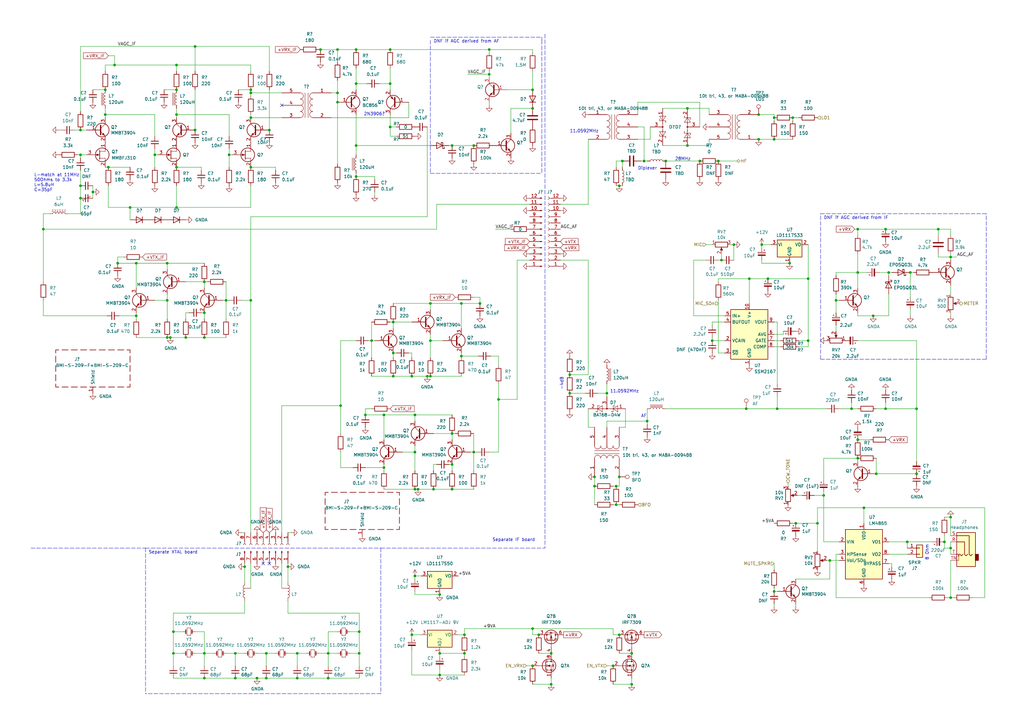
<source format=kicad_sch>
(kicad_sch (version 20211123) (generator eeschema)

  (uuid 0e592cd4-1950-44ef-9727-8e526f4c4e12)

  (paper "A3")

  (title_block
    (title "DART-70 TRX")
    (date "2023-01-19")
    (rev "0")
    (company "HB9EGM")
    (comment 1 "A 4m Band SSB/CW Transceiver")
  )

  

  (junction (at 157.48 191.77) (diameter 0) (color 0 0 0 0)
    (uuid 0079a40d-5664-4eb5-a4a1-35e197c9e578)
  )
  (junction (at 160.02 52.07) (diameter 0) (color 0 0 0 0)
    (uuid 00fc8e1e-afda-4f91-b2e2-9d2566fc305b)
  )
  (junction (at 264.16 66.04) (diameter 0) (color 0 0 0 0)
    (uuid 011a436e-0946-41fa-b91c-55c2b65df974)
  )
  (junction (at 171.45 200.66) (diameter 0) (color 0 0 0 0)
    (uuid 027f19f3-a3d5-4daa-a96e-c5d9a71c1df8)
  )
  (junction (at 185.42 190.5) (diameter 0) (color 0 0 0 0)
    (uuid 02d8bab6-e62a-43d8-ae0a-47eb8be52f66)
  )
  (junction (at 373.38 111.76) (diameter 0) (color 0 0 0 0)
    (uuid 059f4155-bed3-4fb2-9baa-d569f31b7e5d)
  )
  (junction (at 265.43 172.72) (diameter 0) (color 0 0 0 0)
    (uuid 06536fe5-804c-49ea-be1f-f17d61e41354)
  )
  (junction (at 71.12 259.08) (diameter 0) (color 0 0 0 0)
    (uuid 08e3fbcd-b24c-43b5-a2a5-3ed606084464)
  )
  (junction (at 389.89 212.09) (diameter 0) (color 0 0 0 0)
    (uuid 0964d962-846f-4609-b657-83d8fae25141)
  )
  (junction (at 220.98 260.35) (diameter 0) (color 0 0 0 0)
    (uuid 09793875-04e4-42e7-a807-bec9f1bbc62c)
  )
  (junction (at 139.7 166.37) (diameter 0) (color 0 0 0 0)
    (uuid 0a639b6c-6bcd-49c1-9a6e-7344d47860d2)
  )
  (junction (at 134.62 278.13) (diameter 0) (color 0 0 0 0)
    (uuid 0e565d2a-00bb-4f20-8e2e-0f824e8d2762)
  )
  (junction (at 102.87 38.1) (diameter 0) (color 0 0 0 0)
    (uuid 0f8367d0-e4ea-40ae-8dac-4e16d60a532f)
  )
  (junction (at 254 195.58) (diameter 0) (color 0 0 0 0)
    (uuid 14ec63df-7ba1-4b31-a4a0-7e767d727f16)
  )
  (junction (at 168.91 260.35) (diameter 0) (color 0 0 0 0)
    (uuid 156e2b24-f0a1-4973-a068-7f546ffbe564)
  )
  (junction (at 38.1 78.74) (diameter 0) (color 0 0 0 0)
    (uuid 173f5655-a774-48b9-985b-3b9523888334)
  )
  (junction (at 170.18 185.42) (diameter 0) (color 0 0 0 0)
    (uuid 17a2367e-a2ff-4b57-83ee-9ab25894ec97)
  )
  (junction (at 363.22 93.98) (diameter 0) (color 0 0 0 0)
    (uuid 1843d2c0-629c-44e7-8460-03ced60a2111)
  )
  (junction (at 176.53 154.305) (diameter 0) (color 0 0 0 0)
    (uuid 1901071a-701e-48b3-9650-22696abf77c4)
  )
  (junction (at 226.06 280.67) (diameter 0) (color 0 0 0 0)
    (uuid 19f74eef-445e-4a84-994a-96eca02b0f00)
  )
  (junction (at 46.99 26.67) (diameter 0) (color 0 0 0 0)
    (uuid 1a164a1f-45a6-43b7-9b64-349463c23d37)
  )
  (junction (at 68.58 123.19) (diameter 0) (color 0 0 0 0)
    (uuid 1a40de25-0d4b-4ee8-8390-eda2db6a3d47)
  )
  (junction (at 83.82 115.57) (diameter 0) (color 0 0 0 0)
    (uuid 1bbdfeb9-0e22-43ad-a9eb-15915db8f44f)
  )
  (junction (at 185.42 59.69) (diameter 0) (color 0 0 0 0)
    (uuid 1c038126-c738-4381-b698-5c33c4341ae8)
  )
  (junction (at 287.02 66.04) (diameter 0) (color 0 0 0 0)
    (uuid 1c46c841-ad1d-4718-b844-a412bf398725)
  )
  (junction (at 152.4 139.7) (diameter 0) (color 0 0 0 0)
    (uuid 1cfd82c6-a842-46ad-8b6f-e039805269e2)
  )
  (junction (at 80.01 53.34) (diameter 0) (color 0 0 0 0)
    (uuid 1de51305-582b-4628-8092-75c3cf54eea0)
  )
  (junction (at 68.58 138.43) (diameter 0) (color 0 0 0 0)
    (uuid 1df28245-4758-4aa6-85a4-669f880421f4)
  )
  (junction (at 254 76.2) (diameter 0) (color 0 0 0 0)
    (uuid 20363219-4404-4716-af4a-18fba058c6ec)
  )
  (junction (at 105.41 278.13) (diameter 0) (color 0 0 0 0)
    (uuid 210630ed-a720-499f-8ec9-3630627e1e05)
  )
  (junction (at 149.86 170.18) (diameter 0) (color 0 0 0 0)
    (uuid 222d63d3-68ff-4a04-b7c3-6efd5c4ab9e1)
  )
  (junction (at 218.44 257.81) (diameter 0) (color 0 0 0 0)
    (uuid 22999b9a-4a23-42e3-adce-20d0d27a4153)
  )
  (junction (at 44.45 68.58) (diameter 0) (color 0 0 0 0)
    (uuid 22f086a0-4e36-4832-8e1e-3bdb65f5c3f2)
  )
  (junction (at 83.82 278.13) (diameter 0) (color 0 0 0 0)
    (uuid 24fd922c-d488-4d61-b6dc-9d3e359ccc82)
  )
  (junction (at 43.18 36.83) (diameter 0) (color 0 0 0 0)
    (uuid 2583e10f-d237-4b6a-a35d-cff26f964496)
  )
  (junction (at 307.34 114.3) (diameter 0) (color 0 0 0 0)
    (uuid 2792ed93-89db-4e51-99ff-281323e776eb)
  )
  (junction (at 83.82 128.27) (diameter 0) (color 0 0 0 0)
    (uuid 27eaad48-6f2d-40af-b26c-f1f52c055ea8)
  )
  (junction (at 190.5 267.97) (diameter 0) (color 0 0 0 0)
    (uuid 2867345a-2f06-474b-a035-5c5ed9cef1f3)
  )
  (junction (at 281.94 59.69) (diameter 0) (color 0 0 0 0)
    (uuid 29679519-0074-4244-8bb1-857f21221a1a)
  )
  (junction (at 106.68 -27.94) (diameter 0) (color 0 0 0 0)
    (uuid 2c488362-c230-4f6d-82f9-a229b1171a23)
  )
  (junction (at 185.42 177.8) (diameter 0) (color 0 0 0 0)
    (uuid 2cd3680a-9e9d-4c97-9125-39c64a75e644)
  )
  (junction (at 72.39 46.99) (diameter 0) (color 0 0 0 0)
    (uuid 2d264e2f-7e31-4a17-86c5-13a68ab3ff7e)
  )
  (junction (at 317.5 48.26) (diameter 0) (color 0 0 0 0)
    (uuid 2ee50ef4-e14b-4cdd-b277-09dbc703d671)
  )
  (junction (at 331.47 114.3) (diameter 0) (color 0 0 0 0)
    (uuid 2f5a9a75-f401-4282-94e9-6b82722ef2fb)
  )
  (junction (at 300.99 100.33) (diameter 0) (color 0 0 0 0)
    (uuid 335263d3-7e35-4a9c-83c2-cd71d45f0688)
  )
  (junction (at 55.88 107.95) (diameter 0) (color 0 0 0 0)
    (uuid 33db3197-3c0b-42f2-b18d-c5f4fadafecf)
  )
  (junction (at 180.34 276.86) (diameter 0) (color 0 0 0 0)
    (uuid 37d317e8-e78c-475a-81f1-fe8568d6df88)
  )
  (junction (at 170.18 170.18) (diameter 0) (color 0 0 0 0)
    (uuid 3bd6009a-f48b-4c66-92de-4d24549b4c7d)
  )
  (junction (at 194.31 59.69) (diameter 0) (color 0 0 0 0)
    (uuid 3bf0f30a-4c02-4011-9e56-5268cd9a18bc)
  )
  (junction (at 146.05 20.32) (diameter 0) (color 0 0 0 0)
    (uuid 3e9deac2-8e86-484c-b76a-a334d0715f66)
  )
  (junction (at 318.77 167.64) (diameter 0) (color 0 0 0 0)
    (uuid 3fae85f6-374f-4472-8821-81e935dc5df4)
  )
  (junction (at 311.15 46.99) (diameter 0) (color 0 0 0 0)
    (uuid 414842e2-7a02-457e-9971-ff5bded25512)
  )
  (junction (at 170.18 200.66) (diameter 0) (color 0 0 0 0)
    (uuid 43c88063-044a-47b7-b010-f3fb76152eec)
  )
  (junction (at 71.12 267.97) (diameter 0) (color 0 0 0 0)
    (uuid 460147d8-e4b6-4910-88e9-07d1ddd6c2df)
  )
  (junction (at 180.34 267.97) (diameter 0) (color 0 0 0 0)
    (uuid 47f9999a-c332-45e0-8094-3e1c321e7041)
  )
  (junction (at 76.2 138.43) (diameter 0) (color 0 0 0 0)
    (uuid 49cc8c43-5c55-4202-ae4f-37f234578cb7)
  )
  (junction (at 83.82 267.97) (diameter 0) (color 0 0 0 0)
    (uuid 4b982f8b-ca29-4ebf-88fc-8a50b24e0802)
  )
  (junction (at 196.85 124.46) (diameter 0) (color 0 0 0 0)
    (uuid 4cd054ee-d881-48b3-84f1-c7ce34322184)
  )
  (junction (at 306.07 167.64) (diameter 0) (color 0 0 0 0)
    (uuid 55b607c4-6a0a-43be-9a40-9897a26f3d0b)
  )
  (junction (at 143.51 -16.51) (diameter 0) (color 0 0 0 0)
    (uuid 578f33ff-8d12-4136-bb61-e55b7655fa5b)
  )
  (junction (at 259.08 267.97) (diameter 0) (color 0 0 0 0)
    (uuid 57f87f8b-2a84-4bc0-bc49-8f95c5b3f805)
  )
  (junction (at 161.29 154.305) (diameter 0) (color 0 0 0 0)
    (uuid 5823e780-c4ed-4da5-be38-6b405f0da66a)
  )
  (junction (at 189.23 146.05) (diameter 0) (color 0 0 0 0)
    (uuid 5a351350-3bae-4444-b037-df6bea15164c)
  )
  (junction (at 147.32 267.97) (diameter 0) (color 0 0 0 0)
    (uuid 5c4341e3-29f4-4014-ad6b-9b4cb50156a6)
  )
  (junction (at 118.11 232.41) (diameter 0) (color 0 0 0 0)
    (uuid 5d58706a-c013-405c-9112-847886006796)
  )
  (junction (at 134.62 267.97) (diameter 0) (color 0 0 0 0)
    (uuid 5dbda758-e74b-4ccf-ad68-495d537d68ba)
  )
  (junction (at 55.88 129.54) (diameter 0) (color 0 0 0 0)
    (uuid 5dc5b75f-c40f-4eb5-8b75-54744890a0ec)
  )
  (junction (at 152.4 -16.51) (diameter 0) (color 0 0 0 0)
    (uuid 5ed637ac-40ac-434c-a406-609e25d3658d)
  )
  (junction (at 147.32 259.08) (diameter 0) (color 0 0 0 0)
    (uuid 5fc44bfc-3a32-42f5-89ff-303d655beeb1)
  )
  (junction (at 146.05 72.39) (diameter 0) (color 0 0 0 0)
    (uuid 611c0051-64b3-4ff6-b51a-6ea814324060)
  )
  (junction (at 251.46 273.05) (diameter 0) (color 0 0 0 0)
    (uuid 6135248d-3e4b-4db3-9848-78637d8559e5)
  )
  (junction (at 317.5 57.15) (diameter 0) (color 0 0 0 0)
    (uuid 62cd3edc-a5f4-4820-bbe7-c3279ef20997)
  )
  (junction (at 384.81 93.98) (diameter 0) (color 0 0 0 0)
    (uuid 62ed984b-c070-4de1-bd86-30aeb09fb9cd)
  )
  (junction (at 243.84 195.58) (diameter 0) (color 0 0 0 0)
    (uuid 666e4a05-1237-4554-b21f-427292bd8e37)
  )
  (junction (at 294.64 66.04) (diameter 0) (color 0 0 0 0)
    (uuid 6f51e825-b7ea-4002-9a08-5309e9da082d)
  )
  (junction (at 375.92 194.31) (diameter 0) (color 0 0 0 0)
    (uuid 707b1436-6255-4e74-ac3c-e365f258d4c7)
  )
  (junction (at 72.39 85.09) (diameter 0) (color 0 0 0 0)
    (uuid 711716b4-cb3c-40a8-915f-7a9cd1c1a345)
  )
  (junction (at -22.225 118.11) (diameter 0) (color 0 0 0 0)
    (uuid 7167e0fb-15b0-446d-969c-ecf63e50097d)
  )
  (junction (at 43.18 46.99) (diameter 0) (color 0 0 0 0)
    (uuid 79aa4561-3272-488a-aacc-d24a783bf3fa)
  )
  (junction (at 233.68 153.67) (diameter 0) (color 0 0 0 0)
    (uuid 7d85be9d-ee09-4a04-83f5-7c03bb72f90d)
  )
  (junction (at 204.47 163.83) (diameter 0) (color 0 0 0 0)
    (uuid 7df221bc-d289-44d1-b3e3-f9267f8abe4a)
  )
  (junction (at 92.71 123.19) (diameter 0) (color 0 0 0 0)
    (uuid 7e24b7ef-d016-426d-a42c-f65bd87459d1)
  )
  (junction (at 68.58 107.95) (diameter 0) (color 0 0 0 0)
    (uuid 7f16053c-1ac6-44e1-ad45-53333cd51424)
  )
  (junction (at 340.36 229.87) (diameter 0) (color 0 0 0 0)
    (uuid 82805698-6948-4458-acba-8dc2adc02007)
  )
  (junction (at 314.96 114.3) (diameter 0) (color 0 0 0 0)
    (uuid 86a34ff8-9697-4394-b32e-9c903027c8af)
  )
  (junction (at 375.92 167.64) (diameter 0) (color 0 0 0 0)
    (uuid 87de6167-efcd-419e-8646-4ba5a69ecc7b)
  )
  (junction (at 180.34 243.84) (diameter 0) (color 0 0 0 0)
    (uuid 89247f47-3cb7-4830-ae32-df6510d5ee3d)
  )
  (junction (at 138.43 20.32) (diameter 0) (color 0 0 0 0)
    (uuid 89924c9d-894c-4783-bb98-91fe4fffc426)
  )
  (junction (at 83.82 138.43) (diameter 0) (color 0 0 0 0)
    (uuid 8b0bcfdc-3f55-4e36-b156-0996ed2b4911)
  )
  (junction (at 387.35 222.25) (diameter 0) (color 0 0 0 0)
    (uuid 8d612602-5cc8-45dd-a943-2a29be4b9ede)
  )
  (junction (at 273.05 66.04) (diameter 0) (color 0 0 0 0)
    (uuid 8ef9c464-a7ef-4d6e-a5b3-7519626359b8)
  )
  (junction (at 337.82 203.2) (diameter 0) (color 0 0 0 0)
    (uuid 8f57152a-781e-4e8e-b36c-e81f9a864e3b)
  )
  (junction (at 312.42 100.33) (diameter 0) (color 0 0 0 0)
    (uuid 8fd35ceb-d608-4169-ae56-e892681304a9)
  )
  (junction (at 252.73 207.01) (diameter 0) (color 0 0 0 0)
    (uuid 900aee6e-8ffc-4f8c-8a6e-d8e7689e7086)
  )
  (junction (at 93.98 63.5) (diameter 0) (color 0 0 0 0)
    (uuid 91049a94-ccf8-463e-ab05-8a76a56be653)
  )
  (junction (at 33.02 63.5) (diameter 0) (color 0 0 0 0)
    (uuid 9134413a-edf3-40ce-9ec2-93a536746842)
  )
  (junction (at 323.85 107.95) (diameter 0) (color 0 0 0 0)
    (uuid 91457257-a033-494c-9a78-37438f01d7e6)
  )
  (junction (at 254 260.35) (diameter 0) (color 0 0 0 0)
    (uuid 91e8115a-7736-40ac-9e97-e04f02b557b4)
  )
  (junction (at 325.12 48.26) (diameter 0) (color 0 0 0 0)
    (uuid 92648d78-a89e-450a-9d5a-f375414e510f)
  )
  (junction (at 102.87 123.19) (diameter 0) (color 0 0 0 0)
    (uuid 9488cf71-6f2d-4a7f-a6b7-c400e1a80d31)
  )
  (junction (at 138.43 38.1) (diameter 0) (color 0 0 0 0)
    (uuid 94a7e072-a853-4895-a974-0e863ac9edc2)
  )
  (junction (at 96.52 267.97) (diameter 0) (color 0 0 0 0)
    (uuid 9666bb6a-0c1d-4c92-be6d-94a465ec5c51)
  )
  (junction (at 389.89 224.79) (diameter 0) (color 0 0 0 0)
    (uuid 98a1742d-cc82-4a66-87b4-845a0462a9e4)
  )
  (junction (at 72.39 26.67) (diameter 0) (color 0 0 0 0)
    (uuid 994aaeb0-a945-4297-8f22-64b15ec2470b)
  )
  (junction (at 218.44 273.05) (diameter 0) (color 0 0 0 0)
    (uuid 9d896c5e-b976-408e-b134-f2c82b8bc7d8)
  )
  (junction (at 146.05 34.29) (diameter 0) (color 0 0 0 0)
    (uuid a4ec02e9-e140-4dcc-958f-47f7624526cb)
  )
  (junction (at 69.85 138.43) (diameter 0) (color 0 0 0 0)
    (uuid a63ebd0a-4113-4e01-a518-d579deedd3ce)
  )
  (junction (at 351.79 93.98) (diameter 0) (color 0 0 0 0)
    (uuid a65cad0c-0ef1-4ea5-a965-4eae7ac1f6af)
  )
  (junction (at 326.39 214.63) (diameter 0) (color 0 0 0 0)
    (uuid a69f72c8-ce0f-4293-bf44-c6832495c836)
  )
  (junction (at 349.25 167.64) (diameter 0) (color 0 0 0 0)
    (uuid a7cad282-51c3-4f24-be5e-311c2c5e959b)
  )
  (junction (at 317.5 242.57) (diameter 0) (color 0 0 0 0)
    (uuid a81b6768-8ab7-4398-923e-af4751f24292)
  )
  (junction (at 218.44 44.45) (diameter 0) (color 0 0 0 0)
    (uuid a8675aa5-24f4-4a65-9564-259800e24a61)
  )
  (junction (at 100.33 232.41) (diameter 0) (color 0 0 0 0)
    (uuid aa537d78-628c-458e-8a08-c2dae82aca82)
  )
  (junction (at 185.42 200.66) (diameter 0) (color 0 0 0 0)
    (uuid ab5a5163-9113-4726-bc7a-7e25f5bcb137)
  )
  (junction (at 342.9 123.19) (diameter 0) (color 0 0 0 0)
    (uuid ac0e5582-f44c-4bc2-8ae7-2c3f1115fb00)
  )
  (junction (at 295.91 106.68) (diameter 0) (color 0 0 0 0)
    (uuid ad2d033c-4040-4813-b5da-82cf827f9d86)
  )
  (junction (at 109.22 267.97) (diameter 0) (color 0 0 0 0)
    (uuid ad485fa9-ca4c-467a-b6d9-302ae2ec4eaa)
  )
  (junction (at 109.22 278.13) (diameter 0) (color 0 0 0 0)
    (uuid aed41e50-066a-4d5d-9b35-33c86a58f817)
  )
  (junction (at 161.29 144.78) (diameter 0) (color 0 0 0 0)
    (uuid af8bae6a-8757-4f16-b0d0-abb737783e95)
  )
  (junction (at 33.02 53.34) (diameter 0) (color 0 0 0 0)
    (uuid b046cbfe-7bd9-4ac8-9c60-a84b90a07076)
  )
  (junction (at 146.05 59.69) (diameter 0) (color 0 0 0 0)
    (uuid b0bd599f-5320-4de4-9844-b1248597f45d)
  )
  (junction (at 170.18 236.22) (diameter 0) (color 0 0 0 0)
    (uuid b281e7d4-7e97-4f4d-9e21-25051359c6dd)
  )
  (junction (at 354.33 208.28) (diameter 0) (color 0 0 0 0)
    (uuid b2c93e47-1b35-4bce-b217-c95c59af9fea)
  )
  (junction (at 200.66 30.48) (diameter 0) (color 0 0 0 0)
    (uuid b52e2ac1-1ad4-4299-a3b7-5950aeda9b09)
  )
  (junction (at 189.23 124.46) (diameter 0) (color 0 0 0 0)
    (uuid b675e2b2-25bf-4b3b-b437-094260cb114b)
  )
  (junction (at 359.41 194.31) (diameter 0) (color 0 0 0 0)
    (uuid b67c5032-3958-4f67-8cff-2bc749aa2559)
  )
  (junction (at 331.47 139.7) (diameter 0) (color 0 0 0 0)
    (uuid b6a3e709-356a-4a55-ac00-07ba73afac37)
  )
  (junction (at 175.26 154.305) (diameter 0) (color 0 0 0 0)
    (uuid b7b19b43-333b-4f4a-a3cd-98293e66d1bd)
  )
  (junction (at 255.27 66.04) (diameter 0) (color 0 0 0 0)
    (uuid b974b18d-6aad-4744-a147-c191f944f8b5)
  )
  (junction (at 363.22 167.64) (diameter 0) (color 0 0 0 0)
    (uuid b9f8b708-1745-43ec-9646-59495cbc6e07)
  )
  (junction (at 33.02 76.2) (diameter 0) (color 0 0 0 0)
    (uuid bb8014a4-ec9e-4ad1-bfc4-5862db6dd16f)
  )
  (junction (at 110.49 53.34) (diameter 0) (color 0 0 0 0)
    (uuid bb8fc86a-138e-468d-a6f3-4d425bea2798)
  )
  (junction (at 243.84 199.39) (diameter 0) (color 0 0 0 0)
    (uuid bbd7fe45-0b91-4486-a44b-59dbf8a4baa0)
  )
  (junction (at 102.87 48.26) (diameter 0) (color 0 0 0 0)
    (uuid bcb7b50e-e30b-4748-9ad3-15fd19268fd8)
  )
  (junction (at 72.39 36.83) (diameter 0) (color 0 0 0 0)
    (uuid bdd38f4a-d1f5-49ea-86a0-7074369f7406)
  )
  (junction (at 190.5 260.35) (diameter 0) (color 0 0 0 0)
    (uuid be592d1e-8ffd-4836-a215-bf64f6c90c25)
  )
  (junction (at 335.28 214.63) (diameter 0) (color 0 0 0 0)
    (uuid beaa9122-a0f4-4e99-96b3-048878d69672)
  )
  (junction (at 389.89 245.11) (diameter 0) (color 0 0 0 0)
    (uuid bff74fb8-2e53-4140-9d30-8bb9b336dda4)
  )
  (junction (at 351.79 187.96) (diameter 0) (color 0 0 0 0)
    (uuid c07980be-125c-4459-be81-f2b8371f5ae2)
  )
  (junction (at 138.43 41.91) (diameter 0) (color 0 0 0 0)
    (uuid c41a688f-80a3-4252-bb37-134631846db3)
  )
  (junction (at 176.53 139.7) (diameter 0) (color 0 0 0 0)
    (uuid c56d43d7-d576-4bc7-8ab7-d28306d83cba)
  )
  (junction (at 121.92 278.13) (diameter 0) (color 0 0 0 0)
    (uuid c8816f2b-d043-4f02-8988-815e5e7435ee)
  )
  (junction (at 121.92 267.97) (diameter 0) (color 0 0 0 0)
    (uuid ca2ddb3d-eff7-4148-ac57-d5c14ba8be31)
  )
  (junction (at 17.78 93.98) (diameter 0) (color 0 0 0 0)
    (uuid ca8cd7c2-9359-47e5-b7a5-1cfc1efe8ce1)
  )
  (junction (at 48.26 107.95) (diameter 0) (color 0 0 0 0)
    (uuid cc03e36c-5f2a-4c8f-aae8-d314a1f96869)
  )
  (junction (at 102.87 36.83) (diameter 0) (color 0 0 0 0)
    (uuid cf4a7a0f-4b62-4a14-8810-1f9be9bb8bca)
  )
  (junction (at 33.02 81.28) (diameter 0) (color 0 0 0 0)
    (uuid cfa6195a-5066-4377-9f73-1328281e7e8b)
  )
  (junction (at 96.52 278.13) (diameter 0) (color 0 0 0 0)
    (uuid d3e01bdf-5c14-407f-80a1-1d934fc04fab)
  )
  (junction (at 194.31 185.42) (diameter 0) (color 0 0 0 0)
    (uuid d46cfddd-ae59-45a8-a05e-501b77d91351)
  )
  (junction (at 168.91 154.305) (diameter 0) (color 0 0 0 0)
    (uuid d54016b1-7373-4445-9268-a10a87031d2a)
  )
  (junction (at 351.79 180.34) (diameter 0) (color 0 0 0 0)
    (uuid d5f44e34-1e33-4144-aa30-1db4271bb385)
  )
  (junction (at 72.39 68.58) (diameter 0) (color 0 0 0 0)
    (uuid d5fa5081-044e-4305-8f5d-d2a56bf86d29)
  )
  (junction (at 372.11 222.25) (diameter 0) (color 0 0 0 0)
    (uuid d6fda246-3399-48cd-8a06-99bbdf8c75e4)
  )
  (junction (at 102.87 68.58) (diameter 0) (color 0 0 0 0)
    (uuid d703d54e-2823-4563-98c8-59d8b8b54fec)
  )
  (junction (at 177.8 200.66) (diameter 0) (color 0 0 0 0)
    (uuid d774c163-0e71-4e59-99e8-33a6c910c00d)
  )
  (junction (at 157.48 170.18) (diameter 0) (color 0 0 0 0)
    (uuid dcdfeb28-863e-4a43-ad64-f6e45863b4d7)
  )
  (junction (at 131.445 20.32) (diameter 0) (color 0 0 0 0)
    (uuid ddaaa428-40ee-45ee-a789-6961e25a11bb)
  )
  (junction (at 53.34 85.09) (diameter 0) (color 0 0 0 0)
    (uuid df231e82-dc0c-49c1-a01b-d2be84591ff3)
  )
  (junction (at 364.49 111.76) (diameter 0) (color 0 0 0 0)
    (uuid e3903eeb-8b72-4b40-a088-cbbba270c01b)
  )
  (junction (at 160.02 20.32) (diameter 0) (color 0 0 0 0)
    (uuid e68e2295-e5ad-41e7-931d-7bf2c40e2981)
  )
  (junction (at 63.5 63.5) (diameter 0) (color 0 0 0 0)
    (uuid e736b041-4756-4726-980f-1b93cf00a2ad)
  )
  (junction (at 389.89 105.41) (diameter 0) (color 0 0 0 0)
    (uuid e8558fbd-ea42-43a6-966a-7bd304bdfaad)
  )
  (junction (at 351.79 111.76) (diameter 0) (color 0 0 0 0)
    (uuid eac540a2-0555-4530-b9cb-9b037a65c0a7)
  )
  (junction (at 161.29 132.08) (diameter 0) (color 0 0 0 0)
    (uuid ebb47292-9f48-4312-b342-46b912c5cc5e)
  )
  (junction (at 218.44 36.83) (diameter 0) (color 0 0 0 0)
    (uuid ecba702e-9fb5-4bd7-9b08-5197492ec54b)
  )
  (junction (at 259.08 280.67) (diameter 0) (color 0 0 0 0)
    (uuid f0c9e29f-2093-40f8-ad83-65950690bff8)
  )
  (junction (at 358.14 129.54) (diameter 0) (color 0 0 0 0)
    (uuid f0f3907b-44e3-4106-9f24-d8ce836b6bb0)
  )
  (junction (at 200.66 20.32) (diameter 0) (color 0 0 0 0)
    (uuid f1a9e2a2-6347-4852-b335-cf8402c433a4)
  )
  (junction (at 226.06 267.97) (diameter 0) (color 0 0 0 0)
    (uuid f2675a33-3eb0-43f0-a7ad-d9a72da20dfd)
  )
  (junction (at 311.15 57.15) (diameter 0) (color 0 0 0 0)
    (uuid f3285ed9-855d-4b3c-9145-ed9dbda7a1d9)
  )
  (junction (at 176.53 124.46) (diameter 0) (color 0 0 0 0)
    (uuid f48610b4-7716-4660-a4c1-c570d7241e98)
  )
  (junction (at 281.94 44.45) (diameter 0) (color 0 0 0 0)
    (uuid f9728ce1-58db-4b51-bb92-9b665142c745)
  )
  (junction (at 160.02 34.29) (diameter 0) (color 0 0 0 0)
    (uuid fb5d1a59-18d1-49ea-b504-10e76cce8897)
  )
  (junction (at 233.68 161.29) (diameter 0) (color 0 0 0 0)
    (uuid fc4d1f83-01a0-4988-9e5c-365dd357721b)
  )
  (junction (at 252.73 199.39) (diameter 0) (color 0 0 0 0)
    (uuid fdfa5510-42f0-4453-abc9-e2662aed6431)
  )
  (junction (at 292.1 139.7) (diameter 0) (color 0 0 0 0)
    (uuid fe2b05f5-675b-44d0-956c-c5829b7c692a)
  )
  (junction (at 80.01 19.05) (diameter 0) (color 0 0 0 0)
    (uuid fe2ce942-d4c5-4b3f-a09e-cda9276450f6)
  )
  (junction (at 248.92 161.29) (diameter 0) (color 0 0 0 0)
    (uuid ff5fdf11-1f23-47b6-b215-cb1e13c6ad45)
  )

  (no_connect (at 107.95 231.14) (uuid 2b99a1e6-5f67-436f-9ed5-38e8bfd4c142))
  (no_connect (at 115.57 43.18) (uuid afdb3662-3196-4d9d-b0e8-7f416bb5cd4f))
  (no_connect (at 110.49 231.14) (uuid ee08a6c2-528a-478b-9089-08fe9a37ec7e))

  (wire (pts (xy 138.43 20.32) (xy 138.43 25.4))
    (stroke (width 0) (type default) (color 0 0 0 0))
    (uuid 00c27d59-c437-4bee-9cde-cbd48a34e31b)
  )
  (wire (pts (xy 17.78 93.98) (xy 17.78 115.57))
    (stroke (width 0) (type default) (color 0 0 0 0))
    (uuid 00ffa92a-629b-4baa-81dc-b693705154cf)
  )
  (wire (pts (xy 331.47 142.24) (xy 327.66 142.24))
    (stroke (width 0) (type default) (color 0 0 0 0))
    (uuid 01caafb3-af8a-4642-870c-c290b286d040)
  )
  (wire (pts (xy 177.8 177.8) (xy 185.42 177.8))
    (stroke (width 0) (type default) (color 0 0 0 0))
    (uuid 01f0181c-303d-46c7-ba34-20eee1c48cd1)
  )
  (wire (pts (xy 170.18 185.42) (xy 165.1 185.42))
    (stroke (width 0) (type default) (color 0 0 0 0))
    (uuid 0222c276-ce98-44cf-9ac7-d0d00163570d)
  )
  (wire (pts (xy 153.67 80.01) (xy 153.67 78.74))
    (stroke (width 0) (type default) (color 0 0 0 0))
    (uuid 027fc545-8a42-4646-8424-467711418116)
  )
  (wire (pts (xy 168.91 260.35) (xy 168.91 261.62))
    (stroke (width 0) (type default) (color 0 0 0 0))
    (uuid 0296200c-3bc7-4fee-847e-68ee39738c3c)
  )
  (wire (pts (xy 170.18 200.66) (xy 157.48 200.66))
    (stroke (width 0) (type default) (color 0 0 0 0))
    (uuid 035d062f-f875-4853-8ca1-a348c3967bb1)
  )
  (wire (pts (xy 185.42 59.69) (xy 194.31 59.69))
    (stroke (width 0) (type default) (color 0 0 0 0))
    (uuid 03dd13e2-d89f-47ed-8a2f-ce75e7a97ef3)
  )
  (wire (pts (xy 134.62 267.97) (xy 138.43 267.97))
    (stroke (width 0) (type default) (color 0 0 0 0))
    (uuid 042fe62b-53aa-4e86-97d0-9ccb1e16a895)
  )
  (wire (pts (xy 294.64 144.78) (xy 297.18 144.78))
    (stroke (width 0) (type default) (color 0 0 0 0))
    (uuid 04868f85-bc69-4fa9-8e62-d78ffe5ae58e)
  )
  (wire (pts (xy 102.87 76.2) (xy 102.87 85.09))
    (stroke (width 0) (type default) (color 0 0 0 0))
    (uuid 066671d9-1fdf-4a05-a7e7-cadb7d44b89f)
  )
  (wire (pts (xy 243.84 199.39) (xy 243.84 207.01))
    (stroke (width 0) (type default) (color 0 0 0 0))
    (uuid 0734ff63-3ff1-4961-8ab2-1fd864a1b83d)
  )
  (wire (pts (xy 80.01 259.08) (xy 83.82 259.08))
    (stroke (width 0) (type default) (color 0 0 0 0))
    (uuid 082d865b-0a4e-49c3-b18b-be47fd4a465a)
  )
  (wire (pts (xy 218.44 257.81) (xy 218.44 260.35))
    (stroke (width 0) (type default) (color 0 0 0 0))
    (uuid 0910a9d6-8d2a-4d96-a8df-8a28ac240ef0)
  )
  (wire (pts (xy 373.38 111.76) (xy 373.38 121.92))
    (stroke (width 0) (type default) (color 0 0 0 0))
    (uuid 09321bf4-1ea1-49b5-b1f9-ac29d6606a74)
  )
  (wire (pts (xy 170.18 170.18) (xy 157.48 170.18))
    (stroke (width 0) (type default) (color 0 0 0 0))
    (uuid 0943dfff-08fd-4176-a97a-8e271f47b148)
  )
  (wire (pts (xy 53.34 85.09) (xy 53.34 90.17))
    (stroke (width 0) (type default) (color 0 0 0 0))
    (uuid 0a0c053c-54e0-4f14-b909-036d0c5fbf08)
  )
  (wire (pts (xy 185.42 177.8) (xy 185.42 180.34))
    (stroke (width 0) (type default) (color 0 0 0 0))
    (uuid 0a80373e-7854-41a7-8441-30fd81967887)
  )
  (wire (pts (xy 63.5 46.99) (xy 43.18 46.99))
    (stroke (width 0) (type default) (color 0 0 0 0))
    (uuid 0b5e9f79-a50b-4078-b2be-eff1d45ab7fc)
  )
  (wire (pts (xy 93.98 123.19) (xy 92.71 123.19))
    (stroke (width 0) (type default) (color 0 0 0 0))
    (uuid 0d6c967f-86f5-44e5-9340-027d68bcbf47)
  )
  (wire (pts (xy 33.02 69.85) (xy 33.02 76.2))
    (stroke (width 0) (type default) (color 0 0 0 0))
    (uuid 0dc79dd3-c584-4173-b914-e6a8bcd18e45)
  )
  (wire (pts (xy 351.79 104.14) (xy 351.79 111.76))
    (stroke (width 0) (type default) (color 0 0 0 0))
    (uuid 0e1c6bbc-4cc4-4ce9-b48a-8292bb286da8)
  )
  (wire (pts (xy 99.06 218.44) (xy 100.33 218.44))
    (stroke (width 0) (type default) (color 0 0 0 0))
    (uuid 0ef33a4f-7d4b-4740-be50-b4eb0bca14f1)
  )
  (wire (pts (xy 118.11 232.41) (xy 118.11 231.14))
    (stroke (width 0) (type default) (color 0 0 0 0))
    (uuid 0f4b5c7f-79aa-4c46-b222-58e7e288b195)
  )
  (wire (pts (xy 295.91 104.14) (xy 295.91 106.68))
    (stroke (width 0) (type default) (color 0 0 0 0))
    (uuid 100847e3-630c-4c13-ba45-180e92370805)
  )
  (wire (pts (xy 264.16 52.07) (xy 264.16 66.04))
    (stroke (width 0) (type default) (color 0 0 0 0))
    (uuid 10bd27b2-1d07-444a-9776-fc259e0db345)
  )
  (wire (pts (xy 177.8 200.66) (xy 171.45 200.66))
    (stroke (width 0) (type default) (color 0 0 0 0))
    (uuid 11ac1ac8-72b6-43ed-915e-50f87561daf8)
  )
  (wire (pts (xy 337.82 201.93) (xy 337.82 203.2))
    (stroke (width 0) (type default) (color 0 0 0 0))
    (uuid 15e1025c-faeb-49ff-aaa3-6ba9acaabd98)
  )
  (wire (pts (xy 340.36 229.87) (xy 339.09 229.87))
    (stroke (width 0) (type default) (color 0 0 0 0))
    (uuid 15e6ceaa-8f70-4b35-984a-690822d99240)
  )
  (wire (pts (xy 218.44 21.59) (xy 218.44 20.32))
    (stroke (width 0) (type default) (color 0 0 0 0))
    (uuid 1606d99f-0508-4f2e-b63b-47e62c4312ee)
  )
  (wire (pts (xy 351.79 93.98) (xy 351.79 96.52))
    (stroke (width 0) (type default) (color 0 0 0 0))
    (uuid 16aa2316-1a67-45e5-b6c4-e59dd85814f4)
  )
  (wire (pts (xy 152.4 139.7) (xy 152.4 146.685))
    (stroke (width 0) (type default) (color 0 0 0 0))
    (uuid 181a0519-5d09-430c-a94d-2385f8d9ebdc)
  )
  (wire (pts (xy 157.48 170.18) (xy 149.86 170.18))
    (stroke (width 0) (type default) (color 0 0 0 0))
    (uuid 18723066-b973-43bf-8bbf-4c210121a928)
  )
  (wire (pts (xy 180.34 274.32) (xy 180.34 276.86))
    (stroke (width 0) (type default) (color 0 0 0 0))
    (uuid 18c820d5-32a9-457f-9915-e42ed0717894)
  )
  (wire (pts (xy 157.48 191.77) (xy 149.86 191.77))
    (stroke (width 0) (type default) (color 0 0 0 0))
    (uuid 19a56892-f9d5-4508-ab75-59721c555275)
  )
  (wire (pts (xy 317.5 248.92) (xy 317.5 247.65))
    (stroke (width 0) (type default) (color 0 0 0 0))
    (uuid 1a85ffd6-ef8b-418f-990e-456d1ffab00e)
  )
  (wire (pts (xy 209.55 44.45) (xy 209.55 54.61))
    (stroke (width 0) (type default) (color 0 0 0 0))
    (uuid 1a9613ab-fb34-4a02-8365-aadaa421dfaf)
  )
  (wire (pts (xy 342.9 111.76) (xy 351.79 111.76))
    (stroke (width 0) (type default) (color 0 0 0 0))
    (uuid 1a9f0d73-6986-450b-8da5-dca8d718cd0d)
  )
  (wire (pts (xy 307.34 114.3) (xy 314.96 114.3))
    (stroke (width 0) (type default) (color 0 0 0 0))
    (uuid 1ba95a3c-564d-4bb8-9f37-02aa1152af73)
  )
  (wire (pts (xy 27.94 87.63) (xy 33.02 87.63))
    (stroke (width 0) (type default) (color 0 0 0 0))
    (uuid 1bc5b33c-8495-490e-9374-d1f85e319858)
  )
  (wire (pts (xy 254 76.2) (xy 255.27 76.2))
    (stroke (width 0) (type default) (color 0 0 0 0))
    (uuid 1bc9344c-cee8-4e6e-b589-3c38ff897525)
  )
  (wire (pts (xy 168.91 266.7) (xy 168.91 276.86))
    (stroke (width 0) (type default) (color 0 0 0 0))
    (uuid 1c617e69-04d5-47df-9392-70db7da3169f)
  )
  (wire (pts (xy 134.62 278.13) (xy 147.32 278.13))
    (stroke (width 0) (type default) (color 0 0 0 0))
    (uuid 1d8cbdb8-b0d5-4f06-84c8-05770b7e9555)
  )
  (wire (pts (xy 218.44 20.32) (xy 200.66 20.32))
    (stroke (width 0) (type default) (color 0 0 0 0))
    (uuid 1ddbded3-4d65-49ba-8123-18c72e4b7f4a)
  )
  (wire (pts (xy 83.82 107.95) (xy 68.58 107.95))
    (stroke (width 0) (type default) (color 0 0 0 0))
    (uuid 1e86fcd5-a5d7-4cdd-9821-faca1c13d4bc)
  )
  (wire (pts (xy 185.42 200.66) (xy 177.8 200.66))
    (stroke (width 0) (type default) (color 0 0 0 0))
    (uuid 1f1052c4-d15a-450f-8bb0-3cc3f3592607)
  )
  (wire (pts (xy 93.98 60.96) (xy 93.98 63.5))
    (stroke (width 0) (type default) (color 0 0 0 0))
    (uuid 1f1c22b1-15a3-4e28-88a5-25ba2fbef197)
  )
  (wire (pts (xy 243.84 195.58) (xy 243.84 199.39))
    (stroke (width 0) (type default) (color 0 0 0 0))
    (uuid 1f719a87-1f83-4b82-896e-eb44e9afc694)
  )
  (wire (pts (xy 83.82 259.08) (xy 83.82 267.97))
    (stroke (width 0) (type default) (color 0 0 0 0))
    (uuid 1fd73780-e017-4e2c-9674-56cb6f09dc2d)
  )
  (wire (pts (xy 118.11 251.46) (xy 147.32 251.46))
    (stroke (width 0) (type default) (color 0 0 0 0))
    (uuid 2163a967-be2d-4344-a94d-f1b8da3dc3a3)
  )
  (wire (pts (xy 316.23 100.33) (xy 312.42 100.33))
    (stroke (width 0) (type default) (color 0 0 0 0))
    (uuid 219ed590-c887-4a37-b8cf-2c9225c6d07e)
  )
  (wire (pts (xy 139.7 177.8) (xy 139.7 166.37))
    (stroke (width 0) (type default) (color 0 0 0 0))
    (uuid 21a5d817-fc98-4bb3-9855-c8710ef862db)
  )
  (wire (pts (xy 55.88 107.95) (xy 48.26 107.95))
    (stroke (width 0) (type default) (color 0 0 0 0))
    (uuid 21ab1c66-7b64-491c-91e9-58d6530a3a75)
  )
  (wire (pts (xy 384.81 104.14) (xy 384.81 105.41))
    (stroke (width 0) (type default) (color 0 0 0 0))
    (uuid 22591446-6d82-47ac-b525-9e9deb496c8c)
  )
  (wire (pts (xy 317.5 231.14) (xy 317.5 233.68))
    (stroke (width 0) (type default) (color 0 0 0 0))
    (uuid 226f524c-89b4-46ed-86fd-c8ea41059fd4)
  )
  (wire (pts (xy 218.44 29.21) (xy 218.44 36.83))
    (stroke (width 0) (type default) (color 0 0 0 0))
    (uuid 231e5ae4-1791-4485-9a32-a64456488009)
  )
  (wire (pts (xy 290.83 57.15) (xy 290.83 59.69))
    (stroke (width 0) (type default) (color 0 0 0 0))
    (uuid 24e4c8b7-7963-4a14-b3e0-4b86218811d3)
  )
  (wire (pts (xy 351.79 139.7) (xy 375.92 139.7))
    (stroke (width 0) (type default) (color 0 0 0 0))
    (uuid 25098066-9a17-4284-9f99-e2e221c69cf1)
  )
  (wire (pts (xy 102.87 38.1) (xy 102.87 36.83))
    (stroke (width 0) (type default) (color 0 0 0 0))
    (uuid 25347fbb-8744-4d15-9949-de9866144f81)
  )
  (wire (pts (xy 72.39 26.67) (xy 102.87 26.67))
    (stroke (width 0) (type default) (color 0 0 0 0))
    (uuid 2556849b-244d-40cf-86de-101d00a3273d)
  )
  (wire (pts (xy 67.31 36.83) (xy 72.39 36.83))
    (stroke (width 0) (type default) (color 0 0 0 0))
    (uuid 25b40549-5004-4a9f-8c83-45a4561f2c44)
  )
  (wire (pts (xy 261.62 52.07) (xy 264.16 52.07))
    (stroke (width 0) (type default) (color 0 0 0 0))
    (uuid 261eb6dc-d5dd-4e47-8bce-04c77069621a)
  )
  (wire (pts (xy 168.91 276.86) (xy 180.34 276.86))
    (stroke (width 0) (type default) (color 0 0 0 0))
    (uuid 2708eeeb-a398-40be-9450-48b9683d9993)
  )
  (wire (pts (xy 46.99 22.86) (xy 46.99 26.67))
    (stroke (width 0) (type default) (color 0 0 0 0))
    (uuid 27937394-9bb7-48f6-a154-02c32eca1c67)
  )
  (wire (pts (xy 161.29 154.305) (xy 168.91 154.305))
    (stroke (width 0) (type default) (color 0 0 0 0))
    (uuid 27e1d8d6-2bc0-4cea-9969-6b82ca7095f9)
  )
  (wire (pts (xy 146.05 46.99) (xy 146.05 59.69))
    (stroke (width 0) (type default) (color 0 0 0 0))
    (uuid 287f053d-d517-4f77-a833-8d255e7a9f3f)
  )
  (wire (pts (xy 92.71 115.57) (xy 92.71 123.19))
    (stroke (width 0) (type default) (color 0 0 0 0))
    (uuid 29752e1f-ceb1-496b-a11e-902d7342a59b)
  )
  (wire (pts (xy 326.39 214.63) (xy 335.28 214.63))
    (stroke (width 0) (type default) (color 0 0 0 0))
    (uuid 29b8b23a-e7ee-4dc9-92e7-c3cadb119379)
  )
  (wire (pts (xy 138.43 38.1) (xy 138.43 41.91))
    (stroke (width 0) (type default) (color 0 0 0 0))
    (uuid 2a63233b-a7a2-4c59-82c8-58a12efecada)
  )
  (wire (pts (xy 93.98 63.5) (xy 95.25 63.5))
    (stroke (width 0) (type default) (color 0 0 0 0))
    (uuid 2afd810b-02fc-4ddc-b23c-b8689ad0ab1d)
  )
  (wire (pts (xy 297.18 132.08) (xy 292.1 132.08))
    (stroke (width 0) (type default) (color 0 0 0 0))
    (uuid 2b878984-ad62-40d5-87be-d30f465ae2b3)
  )
  (wire (pts (xy 389.89 120.65) (xy 389.89 116.84))
    (stroke (width 0) (type default) (color 0 0 0 0))
    (uuid 2b894b8a-c098-4d9d-be0f-2ef41dea274e)
  )
  (wire (pts (xy 115.57 218.44) (xy 115.57 166.37))
    (stroke (width 0) (type default) (color 0 0 0 0))
    (uuid 2b95ba84-89c5-4087-8627-4193621a6b38)
  )
  (wire (pts (xy 138.43 259.08) (xy 134.62 259.08))
    (stroke (width 0) (type default) (color 0 0 0 0))
    (uuid 2ba6a5e2-be81-4fda-a558-a7c1489b8584)
  )
  (wire (pts (xy 100.33 232.41) (xy 100.33 238.76))
    (stroke (width 0) (type default) (color 0 0 0 0))
    (uuid 2bb91631-ebd1-41f4-8f02-7d20cea9a1ea)
  )
  (wire (pts (xy 147.32 273.05) (xy 147.32 267.97))
    (stroke (width 0) (type default) (color 0 0 0 0))
    (uuid 2e6b1f7e-e4c3-43a1-ae90-c85aa40696d5)
  )
  (wire (pts (xy 130.81 267.97) (xy 134.62 267.97))
    (stroke (width 0) (type default) (color 0 0 0 0))
    (uuid 2ec9be40-1d5a-4e2d-8a4d-4be2d3c079d5)
  )
  (wire (pts (xy 151.13 139.7) (xy 152.4 139.7))
    (stroke (width 0) (type default) (color 0 0 0 0))
    (uuid 2ee5db93-e045-43b1-b2f4-b1eedffa6759)
  )
  (wire (pts (xy 204.47 146.05) (xy 204.47 149.86))
    (stroke (width 0) (type default) (color 0 0 0 0))
    (uuid 2fccfe76-be69-493a-9fa1-d6c4465132bf)
  )
  (wire (pts (xy 241.3 175.26) (xy 243.84 175.26))
    (stroke (width 0) (type default) (color 0 0 0 0))
    (uuid 2fe69b18-d697-473e-86f6-288c8afe39fa)
  )
  (wire (pts (xy 281.94 44.45) (xy 290.83 44.45))
    (stroke (width 0) (type default) (color 0 0 0 0))
    (uuid 306c58e8-628e-47f3-98f7-56966b54150f)
  )
  (wire (pts (xy 102.87 39.37) (xy 102.87 38.1))
    (stroke (width 0) (type default) (color 0 0 0 0))
    (uuid 31405bcc-b3b5-4799-beda-e88762b1ff65)
  )
  (wire (pts (xy 102.87 85.09) (xy 72.39 85.09))
    (stroke (width 0) (type default) (color 0 0 0 0))
    (uuid 314a73cd-4340-4691-9097-14e559730536)
  )
  (wire (pts (xy 175.26 52.07) (xy 175.26 88.9))
    (stroke (width 0) (type default) (color 0 0 0 0))
    (uuid 31e541fe-e778-4230-abe9-6d86f13e6f6a)
  )
  (wire (pts (xy 110.49 19.05) (xy 110.49 29.21))
    (stroke (width 0) (type default) (color 0 0 0 0))
    (uuid 3276e29e-f986-4a1b-866c-9d3cbd2e5d3d)
  )
  (wire (pts (xy 176.53 124.46) (xy 176.53 127))
    (stroke (width 0) (type default) (color 0 0 0 0))
    (uuid 32c3ba09-2122-4e88-ae1d-bdb8279a8818)
  )
  (wire (pts (xy 248.92 157.48) (xy 248.92 161.29))
    (stroke (width 0) (type default) (color 0 0 0 0))
    (uuid 32c84bda-e40f-4e2f-9fd7-361368fa7381)
  )
  (wire (pts (xy 157.48 180.34) (xy 157.48 170.18))
    (stroke (width 0) (type default) (color 0 0 0 0))
    (uuid 32d50c10-a20b-414f-afaf-7821cceaf33a)
  )
  (wire (pts (xy 220.98 267.97) (xy 226.06 267.97))
    (stroke (width 0) (type default) (color 0 0 0 0))
    (uuid 33538216-f790-439e-9526-a87a1495da39)
  )
  (wire (pts (xy 170.18 236.22) (xy 172.72 236.22))
    (stroke (width 0) (type default) (color 0 0 0 0))
    (uuid 335b7472-6447-4c02-836d-5fe60e9b7c96)
  )
  (wire (pts (xy 317.5 241.3) (xy 317.5 242.57))
    (stroke (width 0) (type default) (color 0 0 0 0))
    (uuid 33891c62-a79f-4243-b776-6be292690ac3)
  )
  (wire (pts (xy 289.56 106.68) (xy 284.48 106.68))
    (stroke (width 0) (type default) (color 0 0 0 0))
    (uuid 33b48673-c959-4510-b6fa-fd3f7bdb00fd)
  )
  (wire (pts (xy 327.66 139.7) (xy 331.47 139.7))
    (stroke (width 0) (type default) (color 0 0 0 0))
    (uuid 33b6dbe8-d555-4f35-a63c-27c75fa09ca7)
  )
  (wire (pts (xy 83.82 128.27) (xy 83.82 130.81))
    (stroke (width 0) (type default) (color 0 0 0 0))
    (uuid 340b7fe7-4f71-4fb5-8d3e-955b9a4ee03d)
  )
  (wire (pts (xy 171.45 200.66) (xy 170.18 200.66))
    (stroke (width 0) (type default) (color 0 0 0 0))
    (uuid 341e0f4b-92fa-44cf-9e72-3a5fc025563e)
  )
  (wire (pts (xy 76.2 128.27) (xy 76.2 130.81))
    (stroke (width 0) (type default) (color 0 0 0 0))
    (uuid 34f82a5c-46ef-4bc6-8bbb-3bb5c2b36501)
  )
  (wire (pts (xy 83.82 273.05) (xy 83.82 267.97))
    (stroke (width 0) (type default) (color 0 0 0 0))
    (uuid 35343f32-90ff-4059-a108-111fb444c3d2)
  )
  (wire (pts (xy 342.9 128.27) (xy 342.9 123.19))
    (stroke (width 0) (type default) (color 0 0 0 0))
    (uuid 35e60fa0-27cf-4d0e-8bab-b364400c08c0)
  )
  (wire (pts (xy 256.54 175.26) (xy 256.54 167.64))
    (stroke (width 0) (type default) (color 0 0 0 0))
    (uuid 363da97e-1e62-462f-9402-2473760ff34a)
  )
  (wire (pts (xy 135.89 38.1) (xy 138.43 38.1))
    (stroke (width 0) (type default) (color 0 0 0 0))
    (uuid 364f7692-8fd2-4996-8f00-fec21fff2827)
  )
  (wire (pts (xy 147.32 267.97) (xy 143.51 267.97))
    (stroke (width 0) (type default) (color 0 0 0 0))
    (uuid 36696ac6-2db1-4b52-ae3d-9f3c89d2042f)
  )
  (wire (pts (xy 398.78 245.11) (xy 403.86 245.11))
    (stroke (width 0) (type default) (color 0 0 0 0))
    (uuid 37f9ff9e-4ac0-495a-8616-d843451c132e)
  )
  (wire (pts (xy 168.91 154.305) (xy 175.26 154.305))
    (stroke (width 0) (type default) (color 0 0 0 0))
    (uuid 386f204e-f24d-4550-85b9-7f13999cb818)
  )
  (polyline (pts (xy 336.55 147.32) (xy 336.55 87.63))
    (stroke (width 0) (type default) (color 0 0 0 0))
    (uuid 38a62d51-e863-4b0e-8f07-7e1cafdb4037)
  )

  (wire (pts (xy 344.17 227.33) (xy 342.9 227.33))
    (stroke (width 0) (type default) (color 0 0 0 0))
    (uuid 38d04039-5d82-48aa-b8b9-bc35b46616f0)
  )
  (wire (pts (xy 146.05 59.69) (xy 176.53 59.69))
    (stroke (width 0) (type default) (color 0 0 0 0))
    (uuid 393131ec-a9a2-4b13-8fa7-5bb85d9e7338)
  )
  (wire (pts (xy 71.12 251.46) (xy 71.12 259.08))
    (stroke (width 0) (type default) (color 0 0 0 0))
    (uuid 3a274653-eff3-4ffe-9be8-2bfd0950af0a)
  )
  (wire (pts (xy 109.22 267.97) (xy 113.03 267.97))
    (stroke (width 0) (type default) (color 0 0 0 0))
    (uuid 3c11bba2-1b60-442e-87b9-29fc89c74881)
  )
  (wire (pts (xy 24.13 53.34) (xy 25.4 53.34))
    (stroke (width 0) (type default) (color 0 0 0 0))
    (uuid 3ccaef01-74e6-4115-959d-fbd093047018)
  )
  (wire (pts (xy 185.42 190.5) (xy 185.42 193.04))
    (stroke (width 0) (type default) (color 0 0 0 0))
    (uuid 3e47bf3b-545f-417b-95f8-0ce48a2e696b)
  )
  (wire (pts (xy 360.68 111.76) (xy 364.49 111.76))
    (stroke (width 0) (type default) (color 0 0 0 0))
    (uuid 3f206607-332e-4c96-8963-5302804f476f)
  )
  (wire (pts (xy 155.575 34.29) (xy 160.02 34.29))
    (stroke (width 0) (type default) (color 0 0 0 0))
    (uuid 3f2a51a5-354e-4662-86fe-5462c2bd8d58)
  )
  (wire (pts (xy 204.47 157.48) (xy 204.47 163.83))
    (stroke (width 0) (type default) (color 0 0 0 0))
    (uuid 3f52131d-5b9a-4ea4-ac7e-ee67800c9f95)
  )
  (wire (pts (xy 55.88 118.11) (xy 55.88 107.95))
    (stroke (width 0) (type default) (color 0 0 0 0))
    (uuid 40988f9c-3ed9-4059-bf15-214c3bc7f1eb)
  )
  (wire (pts (xy 294.64 123.19) (xy 294.64 144.78))
    (stroke (width 0) (type default) (color 0 0 0 0))
    (uuid 4102ae0e-3d75-40cd-957b-0b4db5d3f5ee)
  )
  (wire (pts (xy 389.89 129.54) (xy 389.89 128.27))
    (stroke (width 0) (type default) (color 0 0 0 0))
    (uuid 4116bfc2-eab3-4c29-a983-44eacd9f10f5)
  )
  (wire (pts (xy 364.49 129.54) (xy 358.14 129.54))
    (stroke (width 0) (type default) (color 0 0 0 0))
    (uuid 4208e41d-1d0a-40b9-bf94-fcbeb6562f9d)
  )
  (wire (pts (xy 102.87 46.99) (xy 102.87 48.26))
    (stroke (width 0) (type default) (color 0 0 0 0))
    (uuid 421e1cc2-36a4-4dea-b009-97c228e970dc)
  )
  (wire (pts (xy 331.47 114.3) (xy 331.47 139.7))
    (stroke (width 0) (type default) (color 0 0 0 0))
    (uuid 42283845-0e2f-427a-8c2c-6038060b03f2)
  )
  (wire (pts (xy 72.39 46.99) (xy 72.39 48.26))
    (stroke (width 0) (type default) (color 0 0 0 0))
    (uuid 426d408a-ed40-43b4-b8c5-0e2c5087c1f6)
  )
  (polyline (pts (xy 176.53 15.24) (xy 222.25 15.24))
    (stroke (width 0) (type default) (color 0 0 0 0))
    (uuid 4284f916-8fed-4278-b00c-4c3f313faf80)
  )

  (wire (pts (xy 80.01 19.05) (xy 110.49 19.05))
    (stroke (width 0) (type default) (color 0 0 0 0))
    (uuid 437cfd94-f586-4649-a4a7-54b6265ccf76)
  )
  (wire (pts (xy 251.46 257.81) (xy 218.44 257.81))
    (stroke (width 0) (type default) (color 0 0 0 0))
    (uuid 43e3cf72-6616-4aee-b799-f1624c5c9d0b)
  )
  (wire (pts (xy 161.29 124.46) (xy 176.53 124.46))
    (stroke (width 0) (type default) (color 0 0 0 0))
    (uuid 43f8ddbb-496d-432f-bf80-5425934c5b4a)
  )
  (wire (pts (xy 254 267.97) (xy 259.08 267.97))
    (stroke (width 0) (type default) (color 0 0 0 0))
    (uuid 446ed599-1255-448b-8f5f-1d5167e0101e)
  )
  (wire (pts (xy 102.87 68.58) (xy 113.03 68.58))
    (stroke (width 0) (type default) (color 0 0 0 0))
    (uuid 44df90bf-029f-4262-a166-22df8e216390)
  )
  (wire (pts (xy 363.22 167.64) (xy 363.22 165.1))
    (stroke (width 0) (type default) (color 0 0 0 0))
    (uuid 44e993be-f2df-4e61-a598-dfd6e106a208)
  )
  (wire (pts (xy 340.36 229.87) (xy 340.36 237.49))
    (stroke (width 0) (type default) (color 0 0 0 0))
    (uuid 44ea3588-19dc-4c86-9c46-d1477a80d509)
  )
  (wire (pts (xy 33.02 53.34) (xy 35.56 53.34))
    (stroke (width 0) (type default) (color 0 0 0 0))
    (uuid 454e30d7-bcaa-4ad9-9d06-8047eb4476bc)
  )
  (wire (pts (xy 241.3 57.15) (xy 241.3 83.82))
    (stroke (width 0) (type default) (color 0 0 0 0))
    (uuid 45a5cf74-632b-46ee-90d4-1d268831c5aa)
  )
  (wire (pts (xy 121.92 273.05) (xy 121.92 267.97))
    (stroke (width 0) (type default) (color 0 0 0 0))
    (uuid 462f8e7e-09c6-4676-ba4f-fd07b2868aa8)
  )
  (wire (pts (xy 152.4 167.64) (xy 149.86 167.64))
    (stroke (width 0) (type default) (color 0 0 0 0))
    (uuid 466b5642-6c10-45a7-84e5-76759a53f192)
  )
  (wire (pts (xy 317.5 132.08) (xy 318.77 132.08))
    (stroke (width 0) (type default) (color 0 0 0 0))
    (uuid 46aac001-1e0b-4992-9b6b-7fbd6860af0e)
  )
  (wire (pts (xy 271.78 59.69) (xy 281.94 59.69))
    (stroke (width 0) (type default) (color 0 0 0 0))
    (uuid 4797a9a5-a5db-453d-be34-c58f5e708967)
  )
  (polyline (pts (xy 156.21 224.79) (xy 156.21 284.48))
    (stroke (width 0) (type default) (color 0 0 0 0))
    (uuid 47e3424a-459d-4696-b1ce-e9ec51099a1c)
  )

  (wire (pts (xy 147.32 251.46) (xy 147.32 259.08))
    (stroke (width 0) (type default) (color 0 0 0 0))
    (uuid 47e8fba7-36e4-45b9-a8af-75005a86d254)
  )
  (wire (pts (xy 113.03 69.85) (xy 113.03 68.58))
    (stroke (width 0) (type default) (color 0 0 0 0))
    (uuid 4931cfe6-a57f-424e-bedb-abc0697ca70b)
  )
  (wire (pts (xy 179.07 83.82) (xy 179.07 93.98))
    (stroke (width 0) (type default) (color 0 0 0 0))
    (uuid 4942f291-6ee8-446d-a08b-477bc9a75827)
  )
  (wire (pts (xy 161.29 144.78) (xy 161.29 146.685))
    (stroke (width 0) (type default) (color 0 0 0 0))
    (uuid 4b28c74c-a729-4a18-928b-8fe0d5b5da55)
  )
  (wire (pts (xy 194.31 200.66) (xy 185.42 200.66))
    (stroke (width 0) (type default) (color 0 0 0 0))
    (uuid 4c76f766-86d7-4a64-b1aa-c2031c80d4f9)
  )
  (wire (pts (xy 337.82 222.25) (xy 344.17 222.25))
    (stroke (width 0) (type default) (color 0 0 0 0))
    (uuid 4ce56cdb-8470-4b42-9ca5-e46d2f98344e)
  )
  (wire (pts (xy 102.87 29.21) (xy 102.87 26.67))
    (stroke (width 0) (type default) (color 0 0 0 0))
    (uuid 4d49a0aa-f132-4d9a-8008-eb3731d0492a)
  )
  (wire (pts (xy 180.34 276.86) (xy 190.5 276.86))
    (stroke (width 0) (type default) (color 0 0 0 0))
    (uuid 4d8ec885-8c89-49c3-9ed8-3855ea185705)
  )
  (wire (pts (xy 143.51 259.08) (xy 147.32 259.08))
    (stroke (width 0) (type default) (color 0 0 0 0))
    (uuid 4e43689e-9cf0-4146-b69d-54896ee090d3)
  )
  (wire (pts (xy 317.5 242.57) (xy 318.77 242.57))
    (stroke (width 0) (type default) (color 0 0 0 0))
    (uuid 4e66ba18-389e-4ff9-97c1-8bd8fb047a01)
  )
  (wire (pts (xy 53.34 85.09) (xy 72.39 85.09))
    (stroke (width 0) (type default) (color 0 0 0 0))
    (uuid 4f4c7500-1079-402a-a4d0-1b3ec566c005)
  )
  (wire (pts (xy 217.17 106.68) (xy 212.09 106.68))
    (stroke (width 0) (type default) (color 0 0 0 0))
    (uuid 4fb04bd5-cfdb-4fab-aea0-9387305ebeba)
  )
  (wire (pts (xy 150.495 34.29) (xy 146.05 34.29))
    (stroke (width 0) (type default) (color 0 0 0 0))
    (uuid 5030a7a1-a98a-4a1f-9156-d5d077f3c23f)
  )
  (wire (pts (xy 44.45 76.2) (xy 44.45 85.09))
    (stroke (width 0) (type default) (color 0 0 0 0))
    (uuid 50928973-c6f1-4b2b-a504-e4f02238a437)
  )
  (wire (pts (xy 139.7 191.77) (xy 139.7 185.42))
    (stroke (width 0) (type default) (color 0 0 0 0))
    (uuid 511a6ee2-9317-4cbe-8266-a2a650b9a216)
  )
  (wire (pts (xy 72.39 76.2) (xy 72.39 85.09))
    (stroke (width 0) (type default) (color 0 0 0 0))
    (uuid 51294bad-a7d2-4fff-a653-b88def9fe12f)
  )
  (wire (pts (xy 170.18 242.57) (xy 170.18 243.84))
    (stroke (width 0) (type default) (color 0 0 0 0))
    (uuid 51590549-759a-4651-9186-44083dde7bc5)
  )
  (wire (pts (xy 189.23 146.05) (xy 189.23 146.685))
    (stroke (width 0) (type default) (color 0 0 0 0))
    (uuid 52052045-87ef-4086-81c8-2654d194b061)
  )
  (wire (pts (xy 167.64 144.78) (xy 168.91 144.78))
    (stroke (width 0) (type default) (color 0 0 0 0))
    (uuid 5280889a-3188-46df-a619-4549a703abe3)
  )
  (wire (pts (xy 271.78 44.45) (xy 281.94 44.45))
    (stroke (width 0) (type default) (color 0 0 0 0))
    (uuid 535b425e-2ead-4101-8ded-6dd7d2c9d352)
  )
  (wire (pts (xy 138.43 20.32) (xy 146.05 20.32))
    (stroke (width 0) (type default) (color 0 0 0 0))
    (uuid 53a7277a-bd72-4503-81ee-dc81381da923)
  )
  (wire (pts (xy 72.39 46.99) (xy 93.98 46.99))
    (stroke (width 0) (type default) (color 0 0 0 0))
    (uuid 54b8142c-865d-46b7-bd41-9094b627d1ea)
  )
  (wire (pts (xy 168.91 132.08) (xy 161.29 132.08))
    (stroke (width 0) (type default) (color 0 0 0 0))
    (uuid 54e49061-61dd-4a94-bcd6-0cc9fd006fb8)
  )
  (wire (pts (xy 50.8 105.41) (xy 48.26 105.41))
    (stroke (width 0) (type default) (color 0 0 0 0))
    (uuid 551eb7e2-2cac-4ea0-93bb-fb0886ace4aa)
  )
  (wire (pts (xy 387.35 222.25) (xy 387.35 224.79))
    (stroke (width 0) (type default) (color 0 0 0 0))
    (uuid 558a0009-c3ac-4149-9b82-e1cd2bc91ced)
  )
  (wire (pts (xy 68.58 107.95) (xy 68.58 110.49))
    (stroke (width 0) (type default) (color 0 0 0 0))
    (uuid 55fa5b11-27bb-4c93-8c37-fb25bd7eef42)
  )
  (wire (pts (xy 342.9 123.19) (xy 344.17 123.19))
    (stroke (width 0) (type default) (color 0 0 0 0))
    (uuid 56bbedad-6259-4443-b321-0ffa1f89c336)
  )
  (wire (pts (xy 261.62 46.99) (xy 261.62 41.91))
    (stroke (width 0) (type default) (color 0 0 0 0))
    (uuid 57017bb9-5d41-4b31-9172-29f647f38db6)
  )
  (wire (pts (xy 241.3 167.64) (xy 241.3 175.26))
    (stroke (width 0) (type default) (color 0 0 0 0))
    (uuid 57d8c5b0-8b80-4198-a2ed-4fdaeb3a4ec2)
  )
  (wire (pts (xy 83.82 278.13) (xy 96.52 278.13))
    (stroke (width 0) (type default) (color 0 0 0 0))
    (uuid 59ee13a4-660e-47e2-a73a-01cfe11439e9)
  )
  (wire (pts (xy 80.01 36.83) (xy 80.01 53.34))
    (stroke (width 0) (type default) (color 0 0 0 0))
    (uuid 5a8feb70-4d5b-4e2c-8d26-ac865b90757b)
  )
  (wire (pts (xy 203.2 93.98) (xy 209.55 93.98))
    (stroke (width 0) (type default) (color 0 0 0 0))
    (uuid 5b58ef64-16d4-4e2a-982b-be803b946a03)
  )
  (wire (pts (xy 318.77 132.08) (xy 318.77 157.48))
    (stroke (width 0) (type default) (color 0 0 0 0))
    (uuid 5c60e2fd-e25b-42a0-9a7e-d020a279558a)
  )
  (wire (pts (xy 130.81 20.32) (xy 131.445 20.32))
    (stroke (width 0) (type default) (color 0 0 0 0))
    (uuid 5d35063c-8a98-4ce3-8e51-2b1f1e33c613)
  )
  (wire (pts (xy 200.66 20.32) (xy 200.66 21.59))
    (stroke (width 0) (type default) (color 0 0 0 0))
    (uuid 5d37c8f9-7255-4e71-9e76-a95b616c7023)
  )
  (wire (pts (xy 68.58 120.65) (xy 68.58 123.19))
    (stroke (width 0) (type default) (color 0 0 0 0))
    (uuid 5d61554c-302c-4b9a-8711-473158c848a0)
  )
  (wire (pts (xy 157.48 191.77) (xy 157.48 193.04))
    (stroke (width 0) (type default) (color 0 0 0 0))
    (uuid 5d629d5f-2f67-4551-82d1-b6b6c872f3e7)
  )
  (wire (pts (xy 351.79 128.27) (xy 351.79 129.54))
    (stroke (width 0) (type default) (color 0 0 0 0))
    (uuid 5da0928a-9939-439c-bcbe-74de097058a8)
  )
  (wire (pts (xy 170.18 170.18) (xy 170.18 172.72))
    (stroke (width 0) (type default) (color 0 0 0 0))
    (uuid 5ebc4cfe-555b-4a0d-a2c0-002c23002349)
  )
  (wire (pts (xy 162.56 55.88) (xy 160.02 55.88))
    (stroke (width 0) (type default) (color 0 0 0 0))
    (uuid 6017d2ab-865f-4bdd-9b97-0c83fd6d2b13)
  )
  (wire (pts (xy 38.1 78.74) (xy 38.1 81.28))
    (stroke (width 0) (type default) (color 0 0 0 0))
    (uuid 601a3079-487f-4a58-ab73-688af782d04e)
  )
  (wire (pts (xy 31.75 63.5) (xy 33.02 63.5))
    (stroke (width 0) (type default) (color 0 0 0 0))
    (uuid 612f025d-551f-4e49-8b5d-a819986441cc)
  )
  (wire (pts (xy 146.05 27.94) (xy 146.05 34.29))
    (stroke (width 0) (type default) (color 0 0 0 0))
    (uuid 616ebf13-1041-4466-b8c2-d62553fdacc5)
  )
  (wire (pts (xy 17.78 129.54) (xy 17.78 123.19))
    (stroke (width 0) (type default) (color 0 0 0 0))
    (uuid 61e20b33-60fd-4ede-b084-c6821584900d)
  )
  (wire (pts (xy 63.5 55.88) (xy 63.5 46.99))
    (stroke (width 0) (type default) (color 0 0 0 0))
    (uuid 62213c76-72a9-4c47-aa4a-ef940e4a622f)
  )
  (wire (pts (xy 359.41 167.64) (xy 363.22 167.64))
    (stroke (width 0) (type default) (color 0 0 0 0))
    (uuid 6239967a-77bd-4ec9-89cd-e04efd8dbe26)
  )
  (wire (pts (xy 248.92 273.05) (xy 251.46 273.05))
    (stroke (width 0) (type default) (color 0 0 0 0))
    (uuid 63c8dfdf-4f33-4313-848f-7145ef2a1b7b)
  )
  (polyline (pts (xy 222.25 16.51) (xy 222.25 15.24))
    (stroke (width 0) (type default) (color 0 0 0 0))
    (uuid 6441305e-3590-44d5-9ead-1c464ec62f7b)
  )

  (wire (pts (xy 17.78 87.63) (xy 20.32 87.63))
    (stroke (width 0) (type default) (color 0 0 0 0))
    (uuid 64d0af16-8771-45ab-a092-494a0b7a72d7)
  )
  (wire (pts (xy 355.6 111.76) (xy 351.79 111.76))
    (stroke (width 0) (type default) (color 0 0 0 0))
    (uuid 6579642b-a152-47f7-af0e-0d8866bdfcb8)
  )
  (wire (pts (xy 170.18 185.42) (xy 170.18 193.04))
    (stroke (width 0) (type default) (color 0 0 0 0))
    (uuid 6586325d-a1b9-438e-b778-06845a1dc5e4)
  )
  (wire (pts (xy 139.7 -16.51) (xy 143.51 -16.51))
    (stroke (width 0) (type default) (color 0 0 0 0))
    (uuid 664ea685-f665-4315-aadf-581a656f41df)
  )
  (wire (pts (xy 176.53 154.305) (xy 189.23 154.305))
    (stroke (width 0) (type default) (color 0 0 0 0))
    (uuid 66a27a32-59de-4aab-93e8-d4c8bbf09c24)
  )
  (wire (pts (xy 233.68 161.29) (xy 240.03 161.29))
    (stroke (width 0) (type default) (color 0 0 0 0))
    (uuid 66c9ab10-e515-4cff-9984-1d125b1275ae)
  )
  (wire (pts (xy 71.12 259.08) (xy 74.93 259.08))
    (stroke (width 0) (type default) (color 0 0 0 0))
    (uuid 66e71cd4-32e2-436f-a2c7-cec951b87904)
  )
  (wire (pts (xy 212.09 106.68) (xy 212.09 163.83))
    (stroke (width 0) (type default) (color 0 0 0 0))
    (uuid 67dc0166-bb70-4ca7-aa7e-573f67e681dd)
  )
  (wire (pts (xy 146.05 59.69) (xy 146.05 63.5))
    (stroke (width 0) (type default) (color 0 0 0 0))
    (uuid 680c1192-8a1e-4300-a7cd-ef7bb4c87384)
  )
  (wire (pts (xy 179.07 190.5) (xy 177.8 190.5))
    (stroke (width 0) (type default) (color 0 0 0 0))
    (uuid 6816c017-2ccb-479e-9f22-54b316f5230c)
  )
  (wire (pts (xy 102.87 48.26) (xy 115.57 48.26))
    (stroke (width 0) (type default) (color 0 0 0 0))
    (uuid 68bb7527-cf5e-4d93-95d9-e93c273fb386)
  )
  (wire (pts (xy 342.9 133.35) (xy 342.9 135.89))
    (stroke (width 0) (type default) (color 0 0 0 0))
    (uuid 68c7348a-0454-4fbf-b511-6a075194c78a)
  )
  (wire (pts (xy 364.49 111.76) (xy 365.76 111.76))
    (stroke (width 0) (type default) (color 0 0 0 0))
    (uuid 68f7174d-ce7a-41b4-89f8-dd7e3ded57a1)
  )
  (wire (pts (xy 384.81 105.41) (xy 389.89 105.41))
    (stroke (width 0) (type default) (color 0 0 0 0))
    (uuid 6a3aff19-5e5c-466c-80b5-82ab994aaee1)
  )
  (wire (pts (xy 180.34 267.97) (xy 180.34 269.24))
    (stroke (width 0) (type default) (color 0 0 0 0))
    (uuid 6b106e5c-70b7-4b68-995d-e382ed6fef7d)
  )
  (wire (pts (xy 287.02 52.07) (xy 287.02 41.91))
    (stroke (width 0) (type default) (color 0 0 0 0))
    (uuid 6c86afcb-7177-47f2-8064-ed3be1ff755e)
  )
  (wire (pts (xy 146.05 20.32) (xy 160.02 20.32))
    (stroke (width 0) (type default) (color 0 0 0 0))
    (uuid 6cdd50bd-1188-4620-8e4f-368a173ab413)
  )
  (wire (pts (xy 317.5 48.26) (xy 317.5 49.53))
    (stroke (width 0) (type default) (color 0 0 0 0))
    (uuid 6cf52d79-87b9-4128-8ffe-954ceab1c3dc)
  )
  (wire (pts (xy 63.5 63.5) (xy 63.5 68.58))
    (stroke (width 0) (type default) (color 0 0 0 0))
    (uuid 6d162ee8-074c-4d9f-a276-e927eb92a235)
  )
  (wire (pts (xy 177.8 190.5) (xy 177.8 193.04))
    (stroke (width 0) (type default) (color 0 0 0 0))
    (uuid 6d3c7712-8cda-4039-8fe8-b1516a6d3aca)
  )
  (wire (pts (xy 194.31 177.8) (xy 194.31 185.42))
    (stroke (width 0) (type default) (color 0 0 0 0))
    (uuid 6d53261f-b0db-4380-8d8d-078f89f10106)
  )
  (wire (pts (xy 100.33 246.38) (xy 100.33 251.46))
    (stroke (width 0) (type default) (color 0 0 0 0))
    (uuid 6de42070-f906-4f60-b26b-662ced81e4ea)
  )
  (wire (pts (xy 351.79 111.76) (xy 351.79 118.11))
    (stroke (width 0) (type default) (color 0 0 0 0))
    (uuid 6e416a78-df14-48ee-9842-e6e24081191e)
  )
  (wire (pts (xy 96.52 273.05) (xy 96.52 267.97))
    (stroke (width 0) (type default) (color 0 0 0 0))
    (uuid 6e77d4d6-0239-4c20-98f8-23ae4f71d638)
  )
  (polyline (pts (xy 59.69 224.79) (xy 156.21 224.79))
    (stroke (width 0) (type default) (color 0 0 0 0))
    (uuid 6ee0aee5-dcd6-4c86-9578-66fd2a07923e)
  )

  (wire (pts (xy 168.91 144.78) (xy 168.91 146.685))
    (stroke (width 0) (type default) (color 0 0 0 0))
    (uuid 6f4f277d-4955-4ed0-aa8f-3c5c77634c0b)
  )
  (wire (pts (xy 176.53 139.7) (xy 176.53 146.685))
    (stroke (width 0) (type default) (color 0 0 0 0))
    (uuid 713fe261-a848-4843-8102-1c6d341e4f6e)
  )
  (wire (pts (xy 337.82 196.85) (xy 337.82 187.96))
    (stroke (width 0) (type default) (color 0 0 0 0))
    (uuid 71982dcd-634c-415d-aca3-ecd3d7d2a05c)
  )
  (wire (pts (xy 200.66 185.42) (xy 204.47 185.42))
    (stroke (width 0) (type default) (color 0 0 0 0))
    (uuid 71ded344-f8c1-4ca0-ac8a-52b3de9d0db0)
  )
  (wire (pts (xy 85.09 115.57) (xy 83.82 115.57))
    (stroke (width 0) (type default) (color 0 0 0 0))
    (uuid 7267547e-10d9-4189-a225-e777f62daf31)
  )
  (wire (pts (xy 83.82 115.57) (xy 83.82 118.11))
    (stroke (width 0) (type default) (color 0 0 0 0))
    (uuid 72888bf0-8051-4a88-b0a2-4b1c94c2ef77)
  )
  (wire (pts (xy 55.88 129.54) (xy 55.88 130.81))
    (stroke (width 0) (type default) (color 0 0 0 0))
    (uuid 72e1b341-57e8-4d9f-8e0c-85a23e821865)
  )
  (wire (pts (xy 118.11 218.44) (xy 119.38 218.44))
    (stroke (width 0) (type default) (color 0 0 0 0))
    (uuid 733ef6ba-6e6d-4864-9fb9-5a3c3a2b79b5)
  )
  (wire (pts (xy 17.78 87.63) (xy 17.78 93.98))
    (stroke (width 0) (type default) (color 0 0 0 0))
    (uuid 73aabf25-a95e-4350-87a7-328a1cdf5d36)
  )
  (wire (pts (xy 290.83 44.45) (xy 290.83 46.99))
    (stroke (width 0) (type default) (color 0 0 0 0))
    (uuid 73b2d4b4-d67b-4a9a-a863-3e4af4b8fd5f)
  )
  (wire (pts (xy 115.57 -27.94) (xy 106.68 -27.94))
    (stroke (width 0) (type default) (color 0 0 0 0))
    (uuid 74096bdc-b668-408c-af3a-b048c20bd605)
  )
  (wire (pts (xy 43.18 46.99) (xy 43.18 48.26))
    (stroke (width 0) (type default) (color 0 0 0 0))
    (uuid 742d47be-db3c-4e05-9d4c-991a4295c5b5)
  )
  (wire (pts (xy 317.5 142.24) (xy 320.04 142.24))
    (stroke (width 0) (type default) (color 0 0 0 0))
    (uuid 74d2d2c1-d0d5-412f-ab06-bb67df0a3900)
  )
  (wire (pts (xy 326.39 237.49) (xy 340.36 237.49))
    (stroke (width 0) (type default) (color 0 0 0 0))
    (uuid 76b488fa-e9f2-40f3-aa68-df8ee6acd181)
  )
  (wire (pts (xy 143.51 -16.51) (xy 144.78 -16.51))
    (stroke (width 0) (type default) (color 0 0 0 0))
    (uuid 771cb5c1-62ba-4cca-999e-cdcbe417213c)
  )
  (polyline (pts (xy 59.69 224.79) (xy 59.69 284.48))
    (stroke (width 0) (type default) (color 0 0 0 0))
    (uuid 77f63278-dd6a-44ad-be59-60e72c5a32f1)
  )

  (wire (pts (xy 252.73 68.58) (xy 252.73 66.04))
    (stroke (width 0) (type default) (color 0 0 0 0))
    (uuid 7856e4af-4d0a-4b5b-94c2-377adae2ca75)
  )
  (wire (pts (xy 135.89 48.26) (xy 167.64 48.26))
    (stroke (width 0) (type default) (color 0 0 0 0))
    (uuid 78e23870-9b05-480d-b825-f65c8269c89f)
  )
  (wire (pts (xy 93.98 55.88) (xy 93.98 46.99))
    (stroke (width 0) (type default) (color 0 0 0 0))
    (uuid 78fe6eb8-dca7-4226-852e-a2bfdac2f5c0)
  )
  (wire (pts (xy 312.42 107.95) (xy 323.85 107.95))
    (stroke (width 0) (type default) (color 0 0 0 0))
    (uuid 7914d38b-5514-44ce-975e-317f89a52510)
  )
  (wire (pts (xy 146.05 34.29) (xy 146.05 36.83))
    (stroke (width 0) (type default) (color 0 0 0 0))
    (uuid 799a648d-a74f-4b59-8a8b-0e0f39382bba)
  )
  (wire (pts (xy 363.22 93.98) (xy 384.81 93.98))
    (stroke (width 0) (type default) (color 0 0 0 0))
    (uuid 79bd7607-8381-4bff-b61a-a2c7ffa05fe5)
  )
  (wire (pts (xy 363.22 167.64) (xy 375.92 167.64))
    (stroke (width 0) (type default) (color 0 0 0 0))
    (uuid 7ad359d7-fb0e-425b-ac54-29b8f4378ef2)
  )
  (wire (pts (xy 92.71 267.97) (xy 96.52 267.97))
    (stroke (width 0) (type default) (color 0 0 0 0))
    (uuid 7b75907b-b2ae-4362-89fa-d520339aaa5c)
  )
  (wire (pts (xy 226.06 278.13) (xy 226.06 280.67))
    (stroke (width 0) (type default) (color 0 0 0 0))
    (uuid 7bedf657-1467-440c-87df-09869c6b93a5)
  )
  (wire (pts (xy 71.12 278.13) (xy 83.82 278.13))
    (stroke (width 0) (type default) (color 0 0 0 0))
    (uuid 7ce4aab5-8271-4432-a4b1-bff168293b45)
  )
  (wire (pts (xy 118.11 232.41) (xy 118.11 238.76))
    (stroke (width 0) (type default) (color 0 0 0 0))
    (uuid 7dda9fd3-9496-4995-b71d-6ea66e48526d)
  )
  (wire (pts (xy 200.66 30.48) (xy 200.66 31.75))
    (stroke (width 0) (type default) (color 0 0 0 0))
    (uuid 7e16deda-d1e9-4ce8-869a-887e12216c03)
  )
  (wire (pts (xy 351.79 93.98) (xy 363.22 93.98))
    (stroke (width 0) (type default) (color 0 0 0 0))
    (uuid 7f4b7c2c-9af8-4317-9338-c2a6d8990ded)
  )
  (wire (pts (xy 252.73 66.04) (xy 255.27 66.04))
    (stroke (width 0) (type default) (color 0 0 0 0))
    (uuid 805d85ad-98dd-43c2-b00f-c26005d39ef0)
  )
  (wire (pts (xy 254 195.58) (xy 254 199.39))
    (stroke (width 0) (type default) (color 0 0 0 0))
    (uuid 81033d98-1f01-43a2-bc17-f652715c6f6a)
  )
  (wire (pts (xy 139.7 166.37) (xy 139.7 139.7))
    (stroke (width 0) (type default) (color 0 0 0 0))
    (uuid 81c120d3-2399-465f-a201-e8e8a8ccd4df)
  )
  (wire (pts (xy 118.11 267.97) (xy 121.92 267.97))
    (stroke (width 0) (type default) (color 0 0 0 0))
    (uuid 83250ce3-cee5-48b2-8a3e-b1e7887d6a15)
  )
  (polyline (pts (xy 156.21 284.48) (xy 59.69 284.48))
    (stroke (width 0) (type default) (color 0 0 0 0))
    (uuid 832aec89-217a-4ba9-b247-80884d79c326)
  )

  (wire (pts (xy 33.02 45.72) (xy 33.02 19.05))
    (stroke (width 0) (type default) (color 0 0 0 0))
    (uuid 83e0c458-9010-4b84-bde5-090a7ffeba0e)
  )
  (wire (pts (xy 307.34 114.3) (xy 294.64 114.3))
    (stroke (width 0) (type default) (color 0 0 0 0))
    (uuid 84315919-677c-4909-a747-2c92c96d5870)
  )
  (wire (pts (xy 255.27 68.58) (xy 255.27 66.04))
    (stroke (width 0) (type default) (color 0 0 0 0))
    (uuid 854d550d-32d3-47de-8c9b-d95bbb02f934)
  )
  (wire (pts (xy 176.53 137.16) (xy 176.53 139.7))
    (stroke (width 0) (type default) (color 0 0 0 0))
    (uuid 861d7de6-c9a6-4659-9603-ced588e84d17)
  )
  (wire (pts (xy 387.35 212.09) (xy 389.89 212.09))
    (stroke (width 0) (type default) (color 0 0 0 0))
    (uuid 862ed0a8-c550-4ac5-8573-67acfa0c6662)
  )
  (wire (pts (xy 233.68 153.67) (xy 241.3 153.67))
    (stroke (width 0) (type default) (color 0 0 0 0))
    (uuid 8653c743-78e8-478b-a033-4202d4b51426)
  )
  (wire (pts (xy 149.86 167.64) (xy 149.86 170.18))
    (stroke (width 0) (type default) (color 0 0 0 0))
    (uuid 866a53b9-c687-4a0b-9a2f-416f80096770)
  )
  (wire (pts (xy 201.295 146.05) (xy 204.47 146.05))
    (stroke (width 0) (type default) (color 0 0 0 0))
    (uuid 86db5dbf-9cbc-4222-86f5-13cecf472807)
  )
  (wire (pts (xy 68.58 123.19) (xy 68.58 130.81))
    (stroke (width 0) (type default) (color 0 0 0 0))
    (uuid 876354bf-a642-4df1-9755-c0e45e9fdf20)
  )
  (wire (pts (xy 218.44 44.45) (xy 209.55 44.45))
    (stroke (width 0) (type default) (color 0 0 0 0))
    (uuid 882d0059-3810-4018-b73c-6bfb52aa389f)
  )
  (wire (pts (xy 229.87 106.68) (xy 241.3 106.68))
    (stroke (width 0) (type default) (color 0 0 0 0))
    (uuid 891e009e-8775-458e-ad96-73a871d8e345)
  )
  (wire (pts (xy 184.15 190.5) (xy 185.42 190.5))
    (stroke (width 0) (type default) (color 0 0 0 0))
    (uuid 894a8cae-6944-4565-b545-9036ece0c2e3)
  )
  (wire (pts (xy 139.7 139.7) (xy 146.05 139.7))
    (stroke (width 0) (type default) (color 0 0 0 0))
    (uuid 89cc0a84-765a-4baf-910b-919ae3e72305)
  )
  (wire (pts (xy 104.14 -27.94) (xy 106.68 -27.94))
    (stroke (width 0) (type default) (color 0 0 0 0))
    (uuid 89df70f4-3579-42b9-861e-6beb04a3b25e)
  )
  (wire (pts (xy 138.43 41.91) (xy 138.43 67.31))
    (stroke (width 0) (type default) (color 0 0 0 0))
    (uuid 8a27e5e0-7095-4086-a01a-ed8a8ab2ad0d)
  )
  (polyline (pts (xy 223.52 13.97) (xy 223.52 88.9))
    (stroke (width 0) (type default) (color 0 0 0 0))
    (uuid 8a7f6552-d973-4f66-ba3a-dcd1ac0b119b)
  )

  (wire (pts (xy 312.42 100.33) (xy 312.42 101.6))
    (stroke (width 0) (type default) (color 0 0 0 0))
    (uuid 8bca5a24-0ffc-4d70-a218-cf5f004c16a9)
  )
  (wire (pts (xy 317.5 46.99) (xy 317.5 48.26))
    (stroke (width 0) (type default) (color 0 0 0 0))
    (uuid 8c79c192-9f0e-4699-b9ba-2a8c6ba42712)
  )
  (wire (pts (xy 195.58 185.42) (xy 194.31 185.42))
    (stroke (width 0) (type default) (color 0 0 0 0))
    (uuid 8cb5fd69-7979-481a-81da-0cea0792ea01)
  )
  (wire (pts (xy 146.05 72.39) (xy 153.67 72.39))
    (stroke (width 0) (type default) (color 0 0 0 0))
    (uuid 8ce6ad12-67d1-407c-8cbb-a5d8c673f8ed)
  )
  (wire (pts (xy 373.38 127) (xy 373.38 129.54))
    (stroke (width 0) (type default) (color 0 0 0 0))
    (uuid 8ddee80f-a354-4a11-ae03-acb37cf50626)
  )
  (wire (pts (xy 284.48 129.54) (xy 297.18 129.54))
    (stroke (width 0) (type default) (color 0 0 0 0))
    (uuid 8e5a3783-142f-42f6-a215-d0f81a05c5c0)
  )
  (wire (pts (xy 389.89 222.25) (xy 389.89 224.79))
    (stroke (width 0) (type default) (color 0 0 0 0))
    (uuid 8efdff8a-2eae-4206-a9e2-d66dbfaf890f)
  )
  (wire (pts (xy 307.34 124.46) (xy 307.34 114.3))
    (stroke (width 0) (type default) (color 0 0 0 0))
    (uuid 90207e9d-650a-4c45-b7d5-e506cc85537d)
  )
  (wire (pts (xy 121.92 278.13) (xy 134.62 278.13))
    (stroke (width 0) (type default) (color 0 0 0 0))
    (uuid 90744d5e-9dab-4c38-a84a-09b4f88dc58e)
  )
  (wire (pts (xy 354.33 208.28) (xy 335.28 208.28))
    (stroke (width 0) (type default) (color 0 0 0 0))
    (uuid 90bdf870-0550-4bce-afcf-9ddf2c3ee88a)
  )
  (wire (pts (xy 189.23 146.05) (xy 196.215 146.05))
    (stroke (width 0) (type default) (color 0 0 0 0))
    (uuid 924c390e-5803-4e82-8c1f-965993be53ba)
  )
  (wire (pts (xy 190.5 267.97) (xy 190.5 269.24))
    (stroke (width 0) (type default) (color 0 0 0 0))
    (uuid 92f5db95-d96c-4b78-aca1-4f0d76b9eba9)
  )
  (wire (pts (xy 314.96 114.3) (xy 331.47 114.3))
    (stroke (width 0) (type default) (color 0 0 0 0))
    (uuid 93353994-48ea-495f-a15c-fd0818284554)
  )
  (wire (pts (xy 335.28 214.63) (xy 335.28 226.06))
    (stroke (width 0) (type default) (color 0 0 0 0))
    (uuid 94015603-4c45-4e6f-857d-4641ab93cf7a)
  )
  (polyline (pts (xy 222.25 16.51) (xy 222.25 71.12))
    (stroke (width 0) (type default) (color 0 0 0 0))
    (uuid 944ed010-3de8-4cfe-831a-67ef38347180)
  )

  (wire (pts (xy 147.32 259.08) (xy 147.32 267.97))
    (stroke (width 0) (type default) (color 0 0 0 0))
    (uuid 9466b2ad-bfe1-4ba3-940d-c7a4a7d0a89c)
  )
  (wire (pts (xy 252.73 76.2) (xy 254 76.2))
    (stroke (width 0) (type default) (color 0 0 0 0))
    (uuid 948477d6-f4ac-4978-a082-37fca96bc463)
  )
  (wire (pts (xy 389.89 229.87) (xy 389.89 245.11))
    (stroke (width 0) (type default) (color 0 0 0 0))
    (uuid 9487770c-99b5-4716-99c4-4feb3cd37d3a)
  )
  (wire (pts (xy 389.89 224.79) (xy 389.89 227.33))
    (stroke (width 0) (type default) (color 0 0 0 0))
    (uuid 94e25012-d552-4148-9f26-d6096e3e0d16)
  )
  (wire (pts (xy 325.12 214.63) (xy 326.39 214.63))
    (stroke (width 0) (type default) (color 0 0 0 0))
    (uuid 95f92d66-83b6-41f0-bf51-19ba94f13c27)
  )
  (wire (pts (xy 105.41 278.13) (xy 109.22 278.13))
    (stroke (width 0) (type default) (color 0 0 0 0))
    (uuid 9600911d-0df3-419b-8d4a-8d1432a7daf2)
  )
  (wire (pts (xy 106.68 -11.43) (xy 110.49 -11.43))
    (stroke (width 0) (type default) (color 0 0 0 0))
    (uuid 971d1932-4a99-4265-9c76-26e554bde4fe)
  )
  (wire (pts (xy 153.67 73.66) (xy 153.67 72.39))
    (stroke (width 0) (type default) (color 0 0 0 0))
    (uuid 986467b0-d1bf-47a1-a37e-86028f8e433e)
  )
  (wire (pts (xy 63.5 60.96) (xy 63.5 63.5))
    (stroke (width 0) (type default) (color 0 0 0 0))
    (uuid 98cb7198-8cdb-49b4-a229-90ca976d9604)
  )
  (wire (pts (xy 134.62 259.08) (xy 134.62 267.97))
    (stroke (width 0) (type default) (color 0 0 0 0))
    (uuid 991aff4d-a7d3-4a18-b3d9-53ef56bfa070)
  )
  (wire (pts (xy 337.82 187.96) (xy 351.79 187.96))
    (stroke (width 0) (type default) (color 0 0 0 0))
    (uuid 99febb3a-9524-4bf1-a16d-8143b06281b1)
  )
  (wire (pts (xy 43.18 29.21) (xy 43.18 26.67))
    (stroke (width 0) (type default) (color 0 0 0 0))
    (uuid 9a6b9e36-e151-481c-a609-5ce0a828c16e)
  )
  (wire (pts (xy 170.18 182.88) (xy 170.18 185.42))
    (stroke (width 0) (type default) (color 0 0 0 0))
    (uuid 9ac8d52f-2ab4-4046-a711-7a6674619533)
  )
  (wire (pts (xy 325.12 49.53) (xy 325.12 48.26))
    (stroke (width 0) (type default) (color 0 0 0 0))
    (uuid 9b2fadc5-cfb1-4fc1-8ba7-7f994bda4f86)
  )
  (wire (pts (xy 43.18 26.67) (xy 46.99 26.67))
    (stroke (width 0) (type default) (color 0 0 0 0))
    (uuid 9b4b23b4-750c-4986-af55-3ecbb074c26b)
  )
  (wire (pts (xy 152.4 139.7) (xy 153.67 139.7))
    (stroke (width 0) (type default) (color 0 0 0 0))
    (uuid 9b6c8d39-1c77-41a7-a65d-fd2dcab9608a)
  )
  (wire (pts (xy 312.42 106.68) (xy 312.42 107.95))
    (stroke (width 0) (type default) (color 0 0 0 0))
    (uuid 9bfaea3d-a45d-403f-a105-3a63453d5c92)
  )
  (wire (pts (xy 71.12 267.97) (xy 74.93 267.97))
    (stroke (width 0) (type default) (color 0 0 0 0))
    (uuid 9c0314b1-f82f-432d-95a0-65e191202552)
  )
  (wire (pts (xy -22.225 109.22) (xy -22.225 110.49))
    (stroke (width 0) (type default) (color 0 0 0 0))
    (uuid 9caefee8-6dcd-4815-b6e5-c75999fb9c90)
  )
  (wire (pts (xy 105.41 267.97) (xy 109.22 267.97))
    (stroke (width 0) (type default) (color 0 0 0 0))
    (uuid 9cd1ba63-2087-4000-a5a9-797dad78d993)
  )
  (wire (pts (xy 30.48 53.34) (xy 33.02 53.34))
    (stroke (width 0) (type default) (color 0 0 0 0))
    (uuid 9d9ede0c-0e27-477f-80f0-dcae611f6282)
  )
  (wire (pts (xy 44.45 68.58) (xy 53.34 68.58))
    (stroke (width 0) (type default) (color 0 0 0 0))
    (uuid 9e755e31-b4ad-4565-ac13-d8989759655c)
  )
  (wire (pts (xy 254 207.01) (xy 252.73 207.01))
    (stroke (width 0) (type default) (color 0 0 0 0))
    (uuid 9e8b6e8b-d41b-4c79-9f02-4be8d6d87b38)
  )
  (wire (pts (xy 389.89 106.68) (xy 389.89 105.41))
    (stroke (width 0) (type default) (color 0 0 0 0))
    (uuid 9fa51663-d9ff-42d5-ab2b-c96b6768fc7a)
  )
  (polyline (pts (xy 336.55 87.63) (xy 404.495 87.63))
    (stroke (width 0) (type default) (color 0 0 0 0))
    (uuid 9fd6d098-1128-4ceb-8d9e-00657ad9af26)
  )

  (wire (pts (xy 118.11 246.38) (xy 118.11 251.46))
    (stroke (width 0) (type default) (color 0 0 0 0))
    (uuid 9fd9c729-afbc-4d06-ad60-5dc91e23575e)
  )
  (wire (pts (xy 372.11 224.79) (xy 372.11 222.25))
    (stroke (width 0) (type default) (color 0 0 0 0))
    (uuid a0cd6991-c54b-4b6c-adfc-0ca1b9236b7f)
  )
  (wire (pts (xy 294.64 66.04) (xy 302.26 66.04))
    (stroke (width 0) (type default) (color 0 0 0 0))
    (uuid a115dc3b-1187-43e9-add5-00afa518554a)
  )
  (wire (pts (xy 294.64 106.68) (xy 295.91 106.68))
    (stroke (width 0) (type default) (color 0 0 0 0))
    (uuid a17368fb-646b-4ffd-9057-0994609f8a46)
  )
  (wire (pts (xy 389.89 212.09) (xy 389.89 219.71))
    (stroke (width 0) (type default) (color 0 0 0 0))
    (uuid a17afc82-7a0a-4d93-a1a2-452a1c813369)
  )
  (wire (pts (xy 146.05 71.12) (xy 146.05 72.39))
    (stroke (width 0) (type default) (color 0 0 0 0))
    (uuid a1f11dd0-cbd6-4fdb-93a0-81b53efbe38f)
  )
  (polyline (pts (xy 223.52 160.02) (xy 223.52 224.79))
    (stroke (width 0) (type default) (color 0 0 0 0))
    (uuid a1ff8343-0eeb-4536-a575-226235d412ae)
  )

  (wire (pts (xy 252.73 199.39) (xy 251.46 199.39))
    (stroke (width 0) (type default) (color 0 0 0 0))
    (uuid a20de0e7-dd28-42c8-b29a-5ac1168820dd)
  )
  (wire (pts (xy 335.28 208.28) (xy 335.28 214.63))
    (stroke (width 0) (type default) (color 0 0 0 0))
    (uuid a2e1f699-3a0b-465c-97ba-ad3dfae15c7a)
  )
  (wire (pts (xy 115.57 241.3) (xy 115.57 231.14))
    (stroke (width 0) (type default) (color 0 0 0 0))
    (uuid a2f5cea9-c4de-4e4c-b325-6a79612418d9)
  )
  (wire (pts (xy 161.29 132.08) (xy 161.29 134.62))
    (stroke (width 0) (type default) (color 0 0 0 0))
    (uuid a36ad366-0975-497f-b659-ecb398df4a05)
  )
  (wire (pts (xy 375.92 139.7) (xy 375.92 167.64))
    (stroke (width 0) (type default) (color 0 0 0 0))
    (uuid a37c2bc4-d0e5-45cb-906e-782a6a477289)
  )
  (wire (pts (xy 351.79 187.96) (xy 351.79 189.23))
    (stroke (width 0) (type default) (color 0 0 0 0))
    (uuid a3f168bf-fdef-4cd9-9a64-7266a3fb4fb1)
  )
  (wire (pts (xy 190.5 257.81) (xy 190.5 260.35))
    (stroke (width 0) (type default) (color 0 0 0 0))
    (uuid a41dda7b-b73f-4cbd-8925-77299e94d401)
  )
  (wire (pts (xy 300.99 106.68) (xy 300.99 100.33))
    (stroke (width 0) (type default) (color 0 0 0 0))
    (uuid a43f2e19-4e11-4e86-a12a-58a691d6df28)
  )
  (wire (pts (xy 55.88 129.54) (xy 55.88 128.27))
    (stroke (width 0) (type default) (color 0 0 0 0))
    (uuid a457521e-1596-431f-b792-1052043edfef)
  )
  (wire (pts (xy 157.48 191.77) (xy 157.48 190.5))
    (stroke (width 0) (type default) (color 0 0 0 0))
    (uuid a51fc177-75f3-44e3-84c4-0736727feff2)
  )
  (wire (pts (xy 334.01 203.2) (xy 337.82 203.2))
    (stroke (width 0) (type default) (color 0 0 0 0))
    (uuid a6187c22-3622-4a1a-a49a-b21e96986f96)
  )
  (wire (pts (xy 290.83 59.69) (xy 281.94 59.69))
    (stroke (width 0) (type default) (color 0 0 0 0))
    (uuid a61d144c-677f-4293-ba9f-55e94b5186d6)
  )
  (wire (pts (xy 354.33 208.28) (xy 354.33 214.63))
    (stroke (width 0) (type default) (color 0 0 0 0))
    (uuid a648e3ca-3bf9-4b8e-a5d4-83d111cd670f)
  )
  (wire (pts (xy 208.28 36.83) (xy 218.44 36.83))
    (stroke (width 0) (type default) (color 0 0 0 0))
    (uuid a670d8dd-e6e3-427b-b0e4-96e825469657)
  )
  (wire (pts (xy 194.31 121.92) (xy 196.85 121.92))
    (stroke (width 0) (type default) (color 0 0 0 0))
    (uuid a7489598-6db2-4ff0-8ef8-ca0cc5f3424d)
  )
  (wire (pts (xy 254 199.39) (xy 252.73 199.39))
    (stroke (width 0) (type default) (color 0 0 0 0))
    (uuid a89ccff9-7439-4dcf-b5f8-bc9a867190cb)
  )
  (wire (pts (xy 187.96 260.35) (xy 190.5 260.35))
    (stroke (width 0) (type default) (color 0 0 0 0))
    (uuid a8c256d8-505f-4ddb-9968-c2d0742bbcbe)
  )
  (wire (pts (xy 200.66 29.21) (xy 200.66 30.48))
    (stroke (width 0) (type default) (color 0 0 0 0))
    (uuid a96a2390-ef86-4195-bd41-db6c7129d162)
  )
  (wire (pts (xy 349.25 167.64) (xy 349.25 165.1))
    (stroke (width 0) (type default) (color 0 0 0 0))
    (uuid aa0e7fe7-e9c2-477f-bcb2-53a1ebd9e3a6)
  )
  (wire (pts (xy 340.36 229.87) (xy 344.17 229.87))
    (stroke (width 0) (type default) (color 0 0 0 0))
    (uuid aa25ffac-7603-4c67-ba8b-2fa69ad61e73)
  )
  (wire (pts (xy 318.77 167.64) (xy 339.09 167.64))
    (stroke (width 0) (type default) (color 0 0 0 0))
    (uuid aa31d3df-5cd9-471a-ae3f-ee1871b9a4f5)
  )
  (wire (pts (xy 109.22 278.13) (xy 121.92 278.13))
    (stroke (width 0) (type default) (color 0 0 0 0))
    (uuid aac30e07-9da2-4f15-b289-3ca947351c45)
  )
  (wire (pts (xy 389.89 105.41) (xy 389.89 104.14))
    (stroke (width 0) (type default) (color 0 0 0 0))
    (uuid ab26a42e-b7f6-4a80-b26c-c01085e448c7)
  )
  (wire (pts (xy 160.02 20.32) (xy 200.66 20.32))
    (stroke (width 0) (type default) (color 0 0 0 0))
    (uuid ab3a6108-d780-4153-aac5-d291908bed49)
  )
  (wire (pts (xy 311.15 57.15) (xy 317.5 57.15))
    (stroke (width 0) (type default) (color 0 0 0 0))
    (uuid ab3efb7a-dd19-4e73-a69b-e9444687bdfc)
  )
  (wire (pts (xy 153.67 -16.51) (xy 152.4 -16.51))
    (stroke (width 0) (type default) (color 0 0 0 0))
    (uuid acb025c1-3784-47d1-b5e9-772bcda8c549)
  )
  (wire (pts (xy 102.87 231.14) (xy 102.87 241.3))
    (stroke (width 0) (type default) (color 0 0 0 0))
    (uuid ad67e606-86e4-4cf0-bde9-20a68b439d15)
  )
  (wire (pts (xy 99.06 123.19) (xy 102.87 123.19))
    (stroke (width 0) (type default) (color 0 0 0 0))
    (uuid ad69ac79-69ba-4e8b-902f-8779fa9808d0)
  )
  (wire (pts (xy 46.99 26.67) (xy 72.39 26.67))
    (stroke (width 0) (type default) (color 0 0 0 0))
    (uuid ad84c949-90f4-4ab6-b75d-9a22157a8121)
  )
  (wire (pts (xy 71.12 259.08) (xy 71.12 267.97))
    (stroke (width 0) (type default) (color 0 0 0 0))
    (uuid ae4e99a2-9b94-42f4-9ce9-fc49689ab9f0)
  )
  (polyline (pts (xy 176.53 16.51) (xy 176.53 71.12))
    (stroke (width 0) (type default) (color 0 0 0 0))
    (uuid ae84e68e-1211-4e7a-a6ca-9098bfe0f6c2)
  )

  (wire (pts (xy 76.2 115.57) (xy 83.82 115.57))
    (stroke (width 0) (type default) (color 0 0 0 0))
    (uuid aeb164c8-83ef-4f5d-9f6e-f61c37a6f77e)
  )
  (wire (pts (xy 318.77 162.56) (xy 318.77 167.64))
    (stroke (width 0) (type default) (color 0 0 0 0))
    (uuid afb73f1e-0b8f-4bf0-9c1c-4539b47c218e)
  )
  (wire (pts (xy 391.16 245.11) (xy 389.89 245.11))
    (stroke (width 0) (type default) (color 0 0 0 0))
    (uuid afe1bfff-a9ef-40bc-9868-5d0708d986a5)
  )
  (wire (pts (xy 121.92 267.97) (xy 125.73 267.97))
    (stroke (width 0) (type default) (color 0 0 0 0))
    (uuid b09870ad-8985-4a1c-a7b1-3acb9a1b9282)
  )
  (wire (pts (xy 364.49 113.03) (xy 364.49 111.76))
    (stroke (width 0) (type default) (color 0 0 0 0))
    (uuid b20fb198-6b0b-4cab-9ba8-ea9b46e8088f)
  )
  (wire (pts (xy 102.87 123.19) (xy 102.87 218.44))
    (stroke (width 0) (type default) (color 0 0 0 0))
    (uuid b22c70b6-b021-4abb-bf6b-dcefa54b3950)
  )
  (wire (pts (xy 72.39 44.45) (xy 72.39 46.99))
    (stroke (width 0) (type default) (color 0 0 0 0))
    (uuid b29d86b2-0366-46e7-9a91-8c4a1941caeb)
  )
  (wire (pts (xy 152.4 132.08) (xy 152.4 139.7))
    (stroke (width 0) (type default) (color 0 0 0 0))
    (uuid b2d7677a-8b16-4015-9229-c2928793e106)
  )
  (wire (pts (xy 365.76 232.41) (xy 365.76 231.14))
    (stroke (width 0) (type default) (color 0 0 0 0))
    (uuid b378a2dc-2ed3-4598-ad14-af97f2918627)
  )
  (wire (pts (xy 76.2 138.43) (xy 69.85 138.43))
    (stroke (width 0) (type default) (color 0 0 0 0))
    (uuid b3a6d7e4-e142-469f-a06b-82ad80a30391)
  )
  (polyline (pts (xy 12.7 224.79) (xy 59.69 224.79))
    (stroke (width 0) (type default) (color 0 0 0 0))
    (uuid b3e0b8c5-3cc5-4c64-a59d-7c4c52613b61)
  )

  (wire (pts (xy 251.46 257.81) (xy 251.46 260.35))
    (stroke (width 0) (type default) (color 0 0 0 0))
    (uuid b40641bd-5ffa-4b85-acd5-f26ee479a5f1)
  )
  (wire (pts (xy 184.15 59.69) (xy 185.42 59.69))
    (stroke (width 0) (type default) (color 0 0 0 0))
    (uuid b4539792-8a34-4396-bc51-71446ff68c05)
  )
  (wire (pts (xy 245.11 161.29) (xy 248.92 161.29))
    (stroke (width 0) (type default) (color 0 0 0 0))
    (uuid b518967e-7fc6-4c55-8477-28c09278425a)
  )
  (wire (pts (xy 191.77 30.48) (xy 200.66 30.48))
    (stroke (width 0) (type default) (color 0 0 0 0))
    (uuid b5402cb1-f125-464d-b51f-9bbd89d0cf58)
  )
  (wire (pts (xy 80.01 267.97) (xy 83.82 267.97))
    (stroke (width 0) (type default) (color 0 0 0 0))
    (uuid b632afec-1444-4246-8afb-cc14a57567e7)
  )
  (wire (pts (xy 97.79 36.83) (xy 102.87 36.83))
    (stroke (width 0) (type default) (color 0 0 0 0))
    (uuid b67e54b1-0ac3-4b17-8fbf-e2e1b931c586)
  )
  (wire (pts (xy 44.45 85.09) (xy 53.34 85.09))
    (stroke (width 0) (type default) (color 0 0 0 0))
    (uuid b6950d03-8cf8-49d4-a5ca-91b4fdfa9229)
  )
  (wire (pts (xy 71.12 251.46) (xy 100.33 251.46))
    (stroke (width 0) (type default) (color 0 0 0 0))
    (uuid b758cdc4-d8c7-4a13-82b5-33ccb4564ebf)
  )
  (wire (pts (xy 321.31 135.89) (xy 321.31 137.16))
    (stroke (width 0) (type default) (color 0 0 0 0))
    (uuid b7a98f67-0726-475f-929b-583938876891)
  )
  (wire (pts (xy 160.02 46.99) (xy 160.02 52.07))
    (stroke (width 0) (type default) (color 0 0 0 0))
    (uuid b7e50eae-7a65-4252-966a-2c158c8e8129)
  )
  (wire (pts (xy 134.62 273.05) (xy 134.62 267.97))
    (stroke (width 0) (type default) (color 0 0 0 0))
    (uuid b853d9ac-7829-468f-99ac-dc9996502e94)
  )
  (wire (pts (xy 375.92 167.64) (xy 375.92 189.23))
    (stroke (width 0) (type default) (color 0 0 0 0))
    (uuid b863cb16-8e12-4d98-a0ca-238a09c8da27)
  )
  (wire (pts (xy 241.3 83.82) (xy 229.87 83.82))
    (stroke (width 0) (type default) (color 0 0 0 0))
    (uuid b8e27aba-610e-40c0-8b18-37d81a5c4ce7)
  )
  (wire (pts (xy 194.31 185.42) (xy 194.31 193.04))
    (stroke (width 0) (type default) (color 0 0 0 0))
    (uuid b8e6eb49-83e5-473d-bc54-730e78dd5555)
  )
  (wire (pts (xy 264.16 66.04) (xy 265.43 66.04))
    (stroke (width 0) (type default) (color 0 0 0 0))
    (uuid b8f1a4b9-8438-406e-8c65-626844907d15)
  )
  (wire (pts (xy 72.39 29.21) (xy 72.39 26.67))
    (stroke (width 0) (type default) (color 0 0 0 0))
    (uuid b974ed7e-d581-4d99-941f-e2d2b55029a9)
  )
  (wire (pts (xy 68.58 138.43) (xy 55.88 138.43))
    (stroke (width 0) (type default) (color 0 0 0 0))
    (uuid b9a322dd-1732-4aa8-b1cb-83aca4e2932f)
  )
  (wire (pts (xy 38.1 36.83) (xy 43.18 36.83))
    (stroke (width 0) (type default) (color 0 0 0 0))
    (uuid b9ce8e3e-e1ed-40cd-a087-5014bb2860e2)
  )
  (wire (pts (xy 331.47 139.7) (xy 331.47 142.24))
    (stroke (width 0) (type default) (color 0 0 0 0))
    (uuid ba3f68df-a80d-4363-9b28-2b49507e87bd)
  )
  (wire (pts (xy 306.07 167.64) (xy 273.05 167.64))
    (stroke (width 0) (type default) (color 0 0 0 0))
    (uuid bb15169f-4125-4ee2-80f1-d029f5aaa10b)
  )
  (wire (pts (xy 33.02 64.77) (xy 33.02 63.5))
    (stroke (width 0) (type default) (color 0 0 0 0))
    (uuid bba259b9-8171-4213-ab6c-450bc877397a)
  )
  (wire (pts (xy 387.35 224.79) (xy 389.89 224.79))
    (stroke (width 0) (type default) (color 0 0 0 0))
    (uuid bc7b8c61-27e4-4908-8669-67ebb5f692cf)
  )
  (wire (pts (xy 351.79 129.54) (xy 358.14 129.54))
    (stroke (width 0) (type default) (color 0 0 0 0))
    (uuid bca99a8e-598f-436a-9158-7a050d1f7ca4)
  )
  (wire (pts (xy 167.64 48.26) (xy 167.64 41.91))
    (stroke (width 0) (type default) (color 0 0 0 0))
    (uuid bd7a60ba-7561-4c78-be84-2d31ea3c9a90)
  )
  (wire (pts (xy 71.12 273.05) (xy 71.12 267.97))
    (stroke (width 0) (type default) (color 0 0 0 0))
    (uuid be030c62-e776-405f-97d8-4a4c1aa2e428)
  )
  (wire (pts (xy 403.86 245.11) (xy 403.86 208.28))
    (stroke (width 0) (type default) (color 0 0 0 0))
    (uuid be499584-c258-47b6-b0e2-9526861ecef0)
  )
  (wire (pts (xy 196.85 121.92) (xy 196.85 124.46))
    (stroke (width 0) (type default) (color 0 0 0 0))
    (uuid be587039-6e36-4e34-8702-3350f5fccd9f)
  )
  (wire (pts (xy 115.57 166.37) (xy 139.7 166.37))
    (stroke (width 0) (type default) (color 0 0 0 0))
    (uuid bf6f283f-0953-44aa-b703-3c7098a50fef)
  )
  (wire (pts (xy 261.62 57.15) (xy 266.7 57.15))
    (stroke (width 0) (type default) (color 0 0 0 0))
    (uuid bfeebcc7-cbd3-4df8-85ba-0ba757e2fcef)
  )
  (wire (pts (xy 337.82 203.2) (xy 337.82 222.25))
    (stroke (width 0) (type default) (color 0 0 0 0))
    (uuid c0916a93-2b35-4113-a4fe-6a67a526b9f9)
  )
  (wire (pts (xy 176.53 139.7) (xy 181.61 139.7))
    (stroke (width 0) (type default) (color 0 0 0 0))
    (uuid c0a890f8-ad2e-4ba9-a76b-c8678e93a97e)
  )
  (wire (pts (xy 311.15 46.99) (xy 317.5 46.99))
    (stroke (width 0) (type default) (color 0 0 0 0))
    (uuid c0ba8559-eb09-42c4-8da3-665532c4020b)
  )
  (wire (pts (xy 96.52 267.97) (xy 100.33 267.97))
    (stroke (width 0) (type default) (color 0 0 0 0))
    (uuid c10ace36-a93c-4c08-ac75-059ef9e1f71c)
  )
  (wire (pts (xy 109.22 273.05) (xy 109.22 267.97))
    (stroke (width 0) (type default) (color 0 0 0 0))
    (uuid c1518dae-2aaf-4360-9028-98a626546353)
  )
  (wire (pts (xy 160.02 52.07) (xy 162.56 52.07))
    (stroke (width 0) (type default) (color 0 0 0 0))
    (uuid c1774198-10b2-4dda-8829-7913611991d2)
  )
  (wire (pts (xy 160.02 52.07) (xy 160.02 55.88))
    (stroke (width 0) (type default) (color 0 0 0 0))
    (uuid c1ab824d-8efc-4cd8-9f43-327d9d0c6d56)
  )
  (wire (pts (xy 44.45 22.86) (xy 46.99 22.86))
    (stroke (width 0) (type default) (color 0 0 0 0))
    (uuid c1b17eae-0b5e-46fa-aabc-65b19d4a6c85)
  )
  (wire (pts (xy 189.23 146.05) (xy 189.23 144.78))
    (stroke (width 0) (type default) (color 0 0 0 0))
    (uuid c1b72de9-d7dd-4dc4-b7ef-6f244a158b15)
  )
  (wire (pts (xy 384.81 96.52) (xy 384.81 93.98))
    (stroke (width 0) (type default) (color 0 0 0 0))
    (uuid c1fbee58-f474-4414-9110-64abd03ed7c9)
  )
  (wire (pts (xy 365.76 231.14) (xy 364.49 231.14))
    (stroke (width 0) (type default) (color 0 0 0 0))
    (uuid c201acc2-4657-4953-8314-8005b01e8999)
  )
  (wire (pts (xy -22.225 118.11) (xy -12.065 118.11))
    (stroke (width 0) (type default) (color 0 0 0 0))
    (uuid c25b90aa-c787-46a1-8b80-e5b9fd45039a)
  )
  (wire (pts (xy 259.08 278.13) (xy 259.08 280.67))
    (stroke (width 0) (type default) (color 0 0 0 0))
    (uuid c2d894c3-853c-4fd1-b569-a8d17341f4fe)
  )
  (wire (pts (xy 162.56 144.78) (xy 161.29 144.78))
    (stroke (width 0) (type default) (color 0 0 0 0))
    (uuid c339b7f7-fe73-4c78-92da-a2470bc8db79)
  )
  (wire (pts (xy 100.33 232.41) (xy 100.33 231.14))
    (stroke (width 0) (type default) (color 0 0 0 0))
    (uuid c451828c-0b4e-4ddc-a064-1937638f991e)
  )
  (wire (pts (xy 138.43 33.02) (xy 138.43 38.1))
    (stroke (width 0) (type default) (color 0 0 0 0))
    (uuid c52bb976-13fa-4a24-81a1-5f542712ba63)
  )
  (wire (pts (xy 82.55 69.85) (xy 82.55 68.58))
    (stroke (width 0) (type default) (color 0 0 0 0))
    (uuid c63fc73c-850a-430d-b7fb-5b0409b07f81)
  )
  (wire (pts (xy 33.02 63.5) (xy 35.56 63.5))
    (stroke (width 0) (type default) (color 0 0 0 0))
    (uuid c6aa42b3-b911-4e5f-bedc-027557e7363b)
  )
  (polyline (pts (xy 156.21 224.79) (xy 223.52 224.79))
    (stroke (width 0) (type default) (color 0 0 0 0))
    (uuid c7305559-6527-4880-a1ea-8a5bed4c454a)
  )

  (wire (pts (xy 284.48 106.68) (xy 284.48 129.54))
    (stroke (width 0) (type default) (color 0 0 0 0))
    (uuid c78d97f4-1d1b-46c3-bcbb-8424944a8978)
  )
  (wire (pts (xy 33.02 19.05) (xy 80.01 19.05))
    (stroke (width 0) (type default) (color 0 0 0 0))
    (uuid c7be7ce7-19ce-4a48-ae04-71b6b7b179dd)
  )
  (wire (pts (xy 342.9 227.33) (xy 342.9 245.11))
    (stroke (width 0) (type default) (color 0 0 0 0))
    (uuid ca6d9fd6-ee72-49d3-8ab2-ceb8842a871d)
  )
  (wire (pts (xy 200.66 41.91) (xy 200.66 43.18))
    (stroke (width 0) (type default) (color 0 0 0 0))
    (uuid cac85ae7-1547-48bf-a832-ea9e07fc975a)
  )
  (wire (pts (xy 342.9 113.03) (xy 342.9 111.76))
    (stroke (width 0) (type default) (color 0 0 0 0))
    (uuid cad44c02-7fd2-4e9a-b93a-e1b73d6a3ee6)
  )
  (polyline (pts (xy 176.53 71.12) (xy 222.25 71.12))
    (stroke (width 0) (type default) (color 0 0 0 0))
    (uuid cb200f8a-5e17-412c-870a-c42dc4524d12)
  )

  (wire (pts (xy 43.815 129.54) (xy 17.78 129.54))
    (stroke (width 0) (type default) (color 0 0 0 0))
    (uuid cb6d1d3f-bcc0-4d03-a875-5bd1e3150e40)
  )
  (wire (pts (xy 170.18 236.22) (xy 170.18 237.49))
    (stroke (width 0) (type default) (color 0 0 0 0))
    (uuid cc3b3f4d-2cd5-4f43-a16b-ec940014d256)
  )
  (wire (pts (xy 326.39 248.92) (xy 326.39 247.65))
    (stroke (width 0) (type default) (color 0 0 0 0))
    (uuid cc5561df-9d20-4574-af60-64f10025a0ed)
  )
  (wire (pts (xy 215.9 273.05) (xy 218.44 273.05))
    (stroke (width 0) (type default) (color 0 0 0 0))
    (uuid cc785fcf-6a94-4b39-95cf-a3f48b9eb59d)
  )
  (wire (pts (xy 92.71 138.43) (xy 83.82 138.43))
    (stroke (width 0) (type default) (color 0 0 0 0))
    (uuid cccb8dbc-521e-487e-a976-6ff7623e716a)
  )
  (wire (pts (xy 292.1 132.08) (xy 292.1 133.35))
    (stroke (width 0) (type default) (color 0 0 0 0))
    (uuid cce13a3b-854c-49ae-8b19-551eed5c4f96)
  )
  (wire (pts (xy 189.23 134.62) (xy 189.23 124.46))
    (stroke (width 0) (type default) (color 0 0 0 0))
    (uuid cd5b3075-befd-4e51-b62e-07c38d30468f)
  )
  (wire (pts (xy 102.87 88.9) (xy 102.87 123.19))
    (stroke (width 0) (type default) (color 0 0 0 0))
    (uuid cd68f7a7-8c92-4307-81f0-667e9041e6a3)
  )
  (wire (pts (xy 294.64 114.3) (xy 294.64 115.57))
    (stroke (width 0) (type default) (color 0 0 0 0))
    (uuid cd8c6c53-febf-40c1-af77-5373add0fde7)
  )
  (wire (pts (xy 17.78 93.98) (xy 179.07 93.98))
    (stroke (width 0) (type default) (color 0 0 0 0))
    (uuid cebe7d88-ff95-46cb-9c88-3db49c58adb5)
  )
  (wire (pts (xy 375.92 194.31) (xy 359.41 194.31))
    (stroke (width 0) (type default) (color 0 0 0 0))
    (uuid ceecacb9-2aa2-4201-a987-375bb56c6cf4)
  )
  (wire (pts (xy 144.78 191.77) (xy 139.7 191.77))
    (stroke (width 0) (type default) (color 0 0 0 0))
    (uuid cf0cc3f9-f6de-4391-88fd-a7e315578a25)
  )
  (wire (pts (xy 351.79 180.34) (xy 356.87 180.34))
    (stroke (width 0) (type default) (color 0 0 0 0))
    (uuid cf6c0eba-3dbf-45a7-8347-a59ccfe5e5f0)
  )
  (wire (pts (xy 92.71 123.19) (xy 92.71 130.81))
    (stroke (width 0) (type default) (color 0 0 0 0))
    (uuid cf787709-84ea-4483-ac1f-5ac8024796c9)
  )
  (wire (pts (xy 82.55 128.27) (xy 83.82 128.27))
    (stroke (width 0) (type default) (color 0 0 0 0))
    (uuid d0143b39-47c0-41cb-bed3-83e9c24397f8)
  )
  (wire (pts (xy 96.52 278.13) (xy 105.41 278.13))
    (stroke (width 0) (type default) (color 0 0 0 0))
    (uuid d017347c-cbb9-4df4-89ab-31f58a831157)
  )
  (wire (pts (xy 180.34 267.97) (xy 190.5 267.97))
    (stroke (width 0) (type default) (color 0 0 0 0))
    (uuid d0c48818-bcdc-4044-b83a-0739a9ebd1af)
  )
  (wire (pts (xy 55.88 129.54) (xy 48.895 129.54))
    (stroke (width 0) (type default) (color 0 0 0 0))
    (uuid d1750f94-6a37-49dc-b92e-66b81e0abbfa)
  )
  (wire (pts (xy 364.49 120.65) (xy 364.49 129.54))
    (stroke (width 0) (type default) (color 0 0 0 0))
    (uuid d1f81642-eb3a-4277-b357-9cbb5a3aa5ac)
  )
  (wire (pts (xy 292.1 139.7) (xy 292.1 138.43))
    (stroke (width 0) (type default) (color 0 0 0 0))
    (uuid d22f8c08-7c7a-481b-96ff-cad6b4c95453)
  )
  (wire (pts (xy 392.43 105.41) (xy 389.89 105.41))
    (stroke (width 0) (type default) (color 0 0 0 0))
    (uuid d25a1e45-06d1-4c1c-9b3a-0fd8abd0bfed)
  )
  (wire (pts (xy 254 175.26) (xy 256.54 175.26))
    (stroke (width 0) (type default) (color 0 0 0 0))
    (uuid d25d83bc-eb2d-4dd8-a6eb-fe4d29e09b5c)
  )
  (wire (pts (xy 387.35 219.71) (xy 387.35 222.25))
    (stroke (width 0) (type default) (color 0 0 0 0))
    (uuid d2ba2f44-2009-41ef-80cd-e791d7908035)
  )
  (wire (pts (xy 185.42 170.18) (xy 170.18 170.18))
    (stroke (width 0) (type default) (color 
... [332554 chars truncated]
</source>
